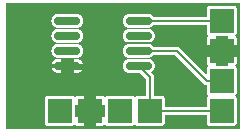
<source format=gtl>
G04 ---------------------------- Layer name :TOP LAYER*
G04 EasyEDA v5.6.15, Sun, 02 Sep 2018 03:47:19 GMT*
G04 622b18d158854e88a3f96799d3f2dec2*
G04 Gerber Generator version 0.2*
G04 Scale: 100 percent, Rotated: No, Reflected: No *
G04 Dimensions in inches *
G04 leading zeros omitted , absolute positions ,2 integer and 4 decimal *
%FSLAX24Y24*%
%MOIN*%
G90*
G70D02*

%ADD11C,0.008000*%
%ADD12C,0.027559*%
%ADD13R,0.080000X0.080000*%

%LPD*%
G36*
G01X0Y0D02*
G01X0Y4200D01*
G01X7800Y4200D01*
G01X7800Y0D01*
G01X0Y0D01*
G37*

%LPC*%
G36*
G01X2266Y1862D02*
G01X2345Y1862D01*
G01X2347Y1862D01*
G01X2354Y1862D01*
G01X2359Y1862D01*
G01X2366Y1863D01*
G01X2371Y1863D01*
G01X2378Y1864D01*
G01X2383Y1865D01*
G01X2389Y1866D01*
G01X2394Y1867D01*
G01X2401Y1868D01*
G01X2406Y1870D01*
G01X2412Y1872D01*
G01X2417Y1873D01*
G01X2424Y1875D01*
G01X2428Y1877D01*
G01X2435Y1879D01*
G01X2440Y1881D01*
G01X2446Y1884D01*
G01X2450Y1886D01*
G01X2456Y1889D01*
G01X2461Y1892D01*
G01X2467Y1895D01*
G01X2471Y1898D01*
G01X2477Y1902D01*
G01X2481Y1905D01*
G01X2486Y1909D01*
G01X2490Y1911D01*
G01X2496Y1916D01*
G01X2500Y1919D01*
G01X2505Y1924D01*
G01X2508Y1927D01*
G01X2513Y1932D01*
G01X2517Y1935D01*
G01X2521Y1940D01*
G01X2525Y1944D01*
G01X2529Y1949D01*
G01X2532Y1953D01*
G01X2536Y1959D01*
G01X2539Y1963D01*
G01X2543Y1968D01*
G01X2546Y1973D01*
G01X2549Y1978D01*
G01X2552Y1983D01*
G01X2555Y1989D01*
G01X2557Y1993D01*
G01X2560Y1999D01*
G01X2563Y2004D01*
G01X2565Y2010D01*
G01X2567Y2015D01*
G01X2569Y2021D01*
G01X2571Y2026D01*
G01X2572Y2031D01*
G01X2266Y2031D01*
G01X2266Y1862D01*
G37*
G36*
G01X1754Y3362D02*
G01X2345Y3362D01*
G01X2347Y3362D01*
G01X2354Y3362D01*
G01X2359Y3362D01*
G01X2366Y3363D01*
G01X2371Y3363D01*
G01X2378Y3364D01*
G01X2383Y3365D01*
G01X2389Y3366D01*
G01X2394Y3367D01*
G01X2401Y3368D01*
G01X2406Y3370D01*
G01X2412Y3372D01*
G01X2417Y3373D01*
G01X2424Y3375D01*
G01X2428Y3377D01*
G01X2435Y3379D01*
G01X2440Y3381D01*
G01X2446Y3384D01*
G01X2450Y3386D01*
G01X2456Y3389D01*
G01X2461Y3392D01*
G01X2467Y3395D01*
G01X2471Y3398D01*
G01X2477Y3402D01*
G01X2481Y3405D01*
G01X2486Y3409D01*
G01X2490Y3411D01*
G01X2496Y3416D01*
G01X2500Y3419D01*
G01X2505Y3424D01*
G01X2508Y3427D01*
G01X2513Y3432D01*
G01X2517Y3435D01*
G01X2521Y3440D01*
G01X2525Y3444D01*
G01X2529Y3449D01*
G01X2532Y3453D01*
G01X2536Y3459D01*
G01X2539Y3463D01*
G01X2543Y3468D01*
G01X2546Y3473D01*
G01X2549Y3478D01*
G01X2552Y3483D01*
G01X2555Y3489D01*
G01X2557Y3493D01*
G01X2560Y3499D01*
G01X2563Y3504D01*
G01X2565Y3510D01*
G01X2567Y3515D01*
G01X2569Y3521D01*
G01X2571Y3526D01*
G01X2573Y3533D01*
G01X2574Y3537D01*
G01X2576Y3544D01*
G01X2577Y3549D01*
G01X2579Y3556D01*
G01X2579Y3561D01*
G01X2580Y3568D01*
G01X2581Y3572D01*
G01X2582Y3579D01*
G01X2582Y3584D01*
G01X2582Y3591D01*
G01X2583Y3596D01*
G01X2583Y3603D01*
G01X2582Y3608D01*
G01X2582Y3615D01*
G01X2582Y3620D01*
G01X2581Y3627D01*
G01X2580Y3631D01*
G01X2579Y3638D01*
G01X2579Y3643D01*
G01X2577Y3650D01*
G01X2576Y3655D01*
G01X2574Y3662D01*
G01X2573Y3666D01*
G01X2571Y3673D01*
G01X2569Y3678D01*
G01X2567Y3684D01*
G01X2565Y3689D01*
G01X2563Y3695D01*
G01X2560Y3700D01*
G01X2557Y3706D01*
G01X2555Y3710D01*
G01X2552Y3716D01*
G01X2549Y3721D01*
G01X2546Y3726D01*
G01X2543Y3731D01*
G01X2539Y3736D01*
G01X2536Y3740D01*
G01X2532Y3746D01*
G01X2529Y3750D01*
G01X2525Y3755D01*
G01X2521Y3759D01*
G01X2517Y3764D01*
G01X2513Y3767D01*
G01X2508Y3772D01*
G01X2505Y3775D01*
G01X2500Y3780D01*
G01X2496Y3783D01*
G01X2490Y3788D01*
G01X2486Y3790D01*
G01X2481Y3794D01*
G01X2477Y3797D01*
G01X2471Y3801D01*
G01X2467Y3804D01*
G01X2461Y3807D01*
G01X2456Y3810D01*
G01X2450Y3813D01*
G01X2446Y3815D01*
G01X2440Y3818D01*
G01X2435Y3820D01*
G01X2428Y3822D01*
G01X2424Y3824D01*
G01X2417Y3826D01*
G01X2412Y3827D01*
G01X2406Y3829D01*
G01X2401Y3831D01*
G01X2394Y3832D01*
G01X2389Y3833D01*
G01X2383Y3834D01*
G01X2378Y3835D01*
G01X2371Y3836D01*
G01X2366Y3836D01*
G01X2359Y3837D01*
G01X2354Y3837D01*
G01X2347Y3837D01*
G01X2345Y3837D01*
G01X1754Y3837D01*
G01X1752Y3837D01*
G01X1745Y3837D01*
G01X1740Y3837D01*
G01X1733Y3836D01*
G01X1728Y3836D01*
G01X1721Y3835D01*
G01X1716Y3834D01*
G01X1710Y3833D01*
G01X1705Y3832D01*
G01X1698Y3831D01*
G01X1693Y3829D01*
G01X1687Y3827D01*
G01X1682Y3826D01*
G01X1675Y3824D01*
G01X1671Y3822D01*
G01X1664Y3820D01*
G01X1659Y3818D01*
G01X1653Y3815D01*
G01X1649Y3813D01*
G01X1643Y3810D01*
G01X1638Y3807D01*
G01X1632Y3804D01*
G01X1628Y3801D01*
G01X1622Y3797D01*
G01X1618Y3794D01*
G01X1613Y3790D01*
G01X1609Y3788D01*
G01X1603Y3783D01*
G01X1599Y3780D01*
G01X1594Y3775D01*
G01X1591Y3772D01*
G01X1586Y3767D01*
G01X1582Y3764D01*
G01X1578Y3759D01*
G01X1574Y3755D01*
G01X1570Y3750D01*
G01X1567Y3746D01*
G01X1563Y3740D01*
G01X1560Y3736D01*
G01X1556Y3731D01*
G01X1553Y3726D01*
G01X1550Y3721D01*
G01X1547Y3716D01*
G01X1544Y3710D01*
G01X1542Y3706D01*
G01X1539Y3700D01*
G01X1536Y3695D01*
G01X1534Y3689D01*
G01X1532Y3684D01*
G01X1530Y3678D01*
G01X1528Y3673D01*
G01X1526Y3666D01*
G01X1525Y3662D01*
G01X1523Y3655D01*
G01X1522Y3650D01*
G01X1520Y3643D01*
G01X1520Y3638D01*
G01X1519Y3631D01*
G01X1518Y3627D01*
G01X1517Y3620D01*
G01X1517Y3615D01*
G01X1517Y3608D01*
G01X1516Y3603D01*
G01X1516Y3596D01*
G01X1517Y3591D01*
G01X1517Y3584D01*
G01X1517Y3579D01*
G01X1518Y3572D01*
G01X1519Y3568D01*
G01X1520Y3561D01*
G01X1520Y3556D01*
G01X1522Y3549D01*
G01X1523Y3544D01*
G01X1525Y3537D01*
G01X1526Y3533D01*
G01X1528Y3526D01*
G01X1530Y3521D01*
G01X1532Y3515D01*
G01X1534Y3510D01*
G01X1536Y3504D01*
G01X1539Y3499D01*
G01X1542Y3493D01*
G01X1544Y3489D01*
G01X1547Y3483D01*
G01X1550Y3478D01*
G01X1553Y3473D01*
G01X1556Y3468D01*
G01X1560Y3463D01*
G01X1563Y3459D01*
G01X1567Y3453D01*
G01X1570Y3449D01*
G01X1574Y3444D01*
G01X1578Y3440D01*
G01X1582Y3435D01*
G01X1586Y3432D01*
G01X1591Y3427D01*
G01X1594Y3424D01*
G01X1599Y3419D01*
G01X1603Y3416D01*
G01X1609Y3411D01*
G01X1613Y3409D01*
G01X1618Y3405D01*
G01X1622Y3402D01*
G01X1628Y3398D01*
G01X1632Y3395D01*
G01X1638Y3392D01*
G01X1643Y3389D01*
G01X1649Y3386D01*
G01X1653Y3384D01*
G01X1659Y3381D01*
G01X1664Y3379D01*
G01X1671Y3377D01*
G01X1675Y3375D01*
G01X1682Y3373D01*
G01X1687Y3372D01*
G01X1693Y3370D01*
G01X1698Y3368D01*
G01X1705Y3367D01*
G01X1710Y3366D01*
G01X1716Y3365D01*
G01X1721Y3364D01*
G01X1728Y3363D01*
G01X1733Y3363D01*
G01X1740Y3362D01*
G01X1745Y3362D01*
G01X1752Y3362D01*
G01X1754Y3362D01*
G37*
G36*
G01X1754Y2862D02*
G01X2345Y2862D01*
G01X2347Y2862D01*
G01X2354Y2862D01*
G01X2359Y2862D01*
G01X2366Y2863D01*
G01X2371Y2863D01*
G01X2378Y2864D01*
G01X2383Y2865D01*
G01X2389Y2866D01*
G01X2394Y2867D01*
G01X2401Y2868D01*
G01X2406Y2870D01*
G01X2412Y2872D01*
G01X2417Y2873D01*
G01X2424Y2875D01*
G01X2428Y2877D01*
G01X2435Y2879D01*
G01X2440Y2881D01*
G01X2446Y2884D01*
G01X2450Y2886D01*
G01X2456Y2889D01*
G01X2461Y2892D01*
G01X2467Y2895D01*
G01X2471Y2898D01*
G01X2477Y2902D01*
G01X2481Y2905D01*
G01X2486Y2909D01*
G01X2490Y2911D01*
G01X2496Y2916D01*
G01X2500Y2919D01*
G01X2505Y2924D01*
G01X2508Y2927D01*
G01X2513Y2932D01*
G01X2517Y2935D01*
G01X2521Y2940D01*
G01X2525Y2944D01*
G01X2529Y2949D01*
G01X2532Y2953D01*
G01X2536Y2959D01*
G01X2539Y2963D01*
G01X2543Y2968D01*
G01X2546Y2973D01*
G01X2549Y2978D01*
G01X2552Y2983D01*
G01X2555Y2989D01*
G01X2557Y2993D01*
G01X2560Y2999D01*
G01X2563Y3004D01*
G01X2565Y3010D01*
G01X2567Y3015D01*
G01X2569Y3021D01*
G01X2571Y3026D01*
G01X2573Y3033D01*
G01X2574Y3037D01*
G01X2576Y3044D01*
G01X2577Y3049D01*
G01X2579Y3056D01*
G01X2579Y3061D01*
G01X2580Y3068D01*
G01X2581Y3072D01*
G01X2582Y3079D01*
G01X2582Y3084D01*
G01X2582Y3091D01*
G01X2583Y3096D01*
G01X2583Y3103D01*
G01X2582Y3108D01*
G01X2582Y3115D01*
G01X2582Y3120D01*
G01X2581Y3127D01*
G01X2580Y3131D01*
G01X2579Y3138D01*
G01X2579Y3143D01*
G01X2577Y3150D01*
G01X2576Y3155D01*
G01X2574Y3162D01*
G01X2573Y3166D01*
G01X2571Y3173D01*
G01X2569Y3178D01*
G01X2567Y3184D01*
G01X2565Y3189D01*
G01X2563Y3195D01*
G01X2560Y3200D01*
G01X2557Y3206D01*
G01X2555Y3210D01*
G01X2552Y3216D01*
G01X2549Y3221D01*
G01X2546Y3226D01*
G01X2543Y3231D01*
G01X2539Y3236D01*
G01X2536Y3240D01*
G01X2532Y3246D01*
G01X2529Y3250D01*
G01X2525Y3255D01*
G01X2521Y3259D01*
G01X2517Y3264D01*
G01X2513Y3267D01*
G01X2508Y3272D01*
G01X2505Y3275D01*
G01X2500Y3280D01*
G01X2496Y3283D01*
G01X2490Y3288D01*
G01X2486Y3290D01*
G01X2481Y3294D01*
G01X2477Y3297D01*
G01X2471Y3301D01*
G01X2467Y3304D01*
G01X2461Y3307D01*
G01X2456Y3310D01*
G01X2450Y3313D01*
G01X2446Y3315D01*
G01X2440Y3318D01*
G01X2435Y3320D01*
G01X2428Y3322D01*
G01X2424Y3324D01*
G01X2417Y3326D01*
G01X2412Y3327D01*
G01X2406Y3329D01*
G01X2401Y3331D01*
G01X2394Y3332D01*
G01X2389Y3333D01*
G01X2383Y3334D01*
G01X2378Y3335D01*
G01X2371Y3336D01*
G01X2366Y3336D01*
G01X2359Y3337D01*
G01X2354Y3337D01*
G01X2347Y3337D01*
G01X2345Y3337D01*
G01X1754Y3337D01*
G01X1752Y3337D01*
G01X1745Y3337D01*
G01X1740Y3337D01*
G01X1733Y3336D01*
G01X1728Y3336D01*
G01X1721Y3335D01*
G01X1716Y3334D01*
G01X1710Y3333D01*
G01X1705Y3332D01*
G01X1698Y3331D01*
G01X1693Y3329D01*
G01X1687Y3327D01*
G01X1682Y3326D01*
G01X1675Y3324D01*
G01X1671Y3322D01*
G01X1664Y3320D01*
G01X1659Y3318D01*
G01X1653Y3315D01*
G01X1649Y3313D01*
G01X1643Y3310D01*
G01X1638Y3307D01*
G01X1632Y3304D01*
G01X1628Y3301D01*
G01X1622Y3297D01*
G01X1618Y3294D01*
G01X1613Y3290D01*
G01X1609Y3288D01*
G01X1603Y3283D01*
G01X1599Y3280D01*
G01X1594Y3275D01*
G01X1591Y3272D01*
G01X1586Y3267D01*
G01X1582Y3264D01*
G01X1578Y3259D01*
G01X1574Y3255D01*
G01X1570Y3250D01*
G01X1567Y3246D01*
G01X1563Y3240D01*
G01X1560Y3236D01*
G01X1556Y3231D01*
G01X1553Y3226D01*
G01X1550Y3221D01*
G01X1547Y3216D01*
G01X1544Y3210D01*
G01X1542Y3206D01*
G01X1539Y3200D01*
G01X1536Y3195D01*
G01X1534Y3189D01*
G01X1532Y3184D01*
G01X1530Y3178D01*
G01X1528Y3173D01*
G01X1526Y3166D01*
G01X1525Y3162D01*
G01X1523Y3155D01*
G01X1522Y3150D01*
G01X1520Y3143D01*
G01X1520Y3138D01*
G01X1519Y3131D01*
G01X1518Y3127D01*
G01X1517Y3120D01*
G01X1517Y3115D01*
G01X1517Y3108D01*
G01X1516Y3103D01*
G01X1516Y3096D01*
G01X1517Y3091D01*
G01X1517Y3084D01*
G01X1517Y3079D01*
G01X1518Y3072D01*
G01X1519Y3068D01*
G01X1520Y3061D01*
G01X1520Y3056D01*
G01X1522Y3049D01*
G01X1523Y3044D01*
G01X1525Y3037D01*
G01X1526Y3033D01*
G01X1528Y3026D01*
G01X1530Y3021D01*
G01X1532Y3015D01*
G01X1534Y3010D01*
G01X1536Y3004D01*
G01X1539Y2999D01*
G01X1542Y2993D01*
G01X1544Y2989D01*
G01X1547Y2983D01*
G01X1550Y2978D01*
G01X1553Y2973D01*
G01X1556Y2968D01*
G01X1560Y2963D01*
G01X1563Y2959D01*
G01X1567Y2953D01*
G01X1570Y2949D01*
G01X1574Y2944D01*
G01X1578Y2940D01*
G01X1582Y2935D01*
G01X1586Y2932D01*
G01X1591Y2927D01*
G01X1594Y2924D01*
G01X1599Y2919D01*
G01X1603Y2916D01*
G01X1609Y2911D01*
G01X1613Y2909D01*
G01X1618Y2905D01*
G01X1622Y2902D01*
G01X1628Y2898D01*
G01X1632Y2895D01*
G01X1638Y2892D01*
G01X1643Y2889D01*
G01X1649Y2886D01*
G01X1653Y2884D01*
G01X1659Y2881D01*
G01X1664Y2879D01*
G01X1671Y2877D01*
G01X1675Y2875D01*
G01X1682Y2873D01*
G01X1687Y2872D01*
G01X1693Y2870D01*
G01X1698Y2868D01*
G01X1705Y2867D01*
G01X1710Y2866D01*
G01X1716Y2865D01*
G01X1721Y2864D01*
G01X1728Y2863D01*
G01X1733Y2863D01*
G01X1740Y2862D01*
G01X1745Y2862D01*
G01X1752Y2862D01*
G01X1754Y2862D01*
G37*
G36*
G01X4134Y2862D02*
G01X4725Y2862D01*
G01X4727Y2862D01*
G01X4734Y2862D01*
G01X4739Y2862D01*
G01X4746Y2863D01*
G01X4751Y2863D01*
G01X4758Y2864D01*
G01X4763Y2865D01*
G01X4769Y2866D01*
G01X4774Y2867D01*
G01X4781Y2868D01*
G01X4786Y2870D01*
G01X4792Y2872D01*
G01X4797Y2873D01*
G01X4804Y2875D01*
G01X4808Y2877D01*
G01X4815Y2879D01*
G01X4819Y2881D01*
G01X4826Y2884D01*
G01X4830Y2886D01*
G01X4836Y2889D01*
G01X4841Y2892D01*
G01X4847Y2895D01*
G01X4851Y2898D01*
G01X4857Y2902D01*
G01X4861Y2905D01*
G01X4867Y2909D01*
G01X4870Y2911D01*
G01X4876Y2916D01*
G01X4880Y2919D01*
G01X4885Y2924D01*
G01X4888Y2927D01*
G01X4893Y2932D01*
G01X4897Y2935D01*
G01X4901Y2940D01*
G01X4905Y2944D01*
G01X4909Y2949D01*
G01X4912Y2953D01*
G01X4916Y2959D01*
G01X4919Y2963D01*
G01X4923Y2968D01*
G01X4926Y2973D01*
G01X4929Y2978D01*
G01X4932Y2983D01*
G01X4935Y2989D01*
G01X4937Y2993D01*
G01X4940Y2999D01*
G01X4943Y3004D01*
G01X4945Y3010D01*
G01X4947Y3015D01*
G01X4949Y3021D01*
G01X4951Y3026D01*
G01X4953Y3033D01*
G01X4954Y3037D01*
G01X4956Y3044D01*
G01X4957Y3049D01*
G01X4959Y3056D01*
G01X4959Y3061D01*
G01X4960Y3068D01*
G01X4961Y3072D01*
G01X4962Y3079D01*
G01X4962Y3084D01*
G01X4962Y3091D01*
G01X4963Y3096D01*
G01X4963Y3103D01*
G01X4962Y3108D01*
G01X4962Y3115D01*
G01X4962Y3120D01*
G01X4961Y3127D01*
G01X4960Y3131D01*
G01X4959Y3138D01*
G01X4959Y3143D01*
G01X4957Y3150D01*
G01X4956Y3155D01*
G01X4954Y3162D01*
G01X4953Y3166D01*
G01X4951Y3173D01*
G01X4949Y3178D01*
G01X4947Y3184D01*
G01X4945Y3189D01*
G01X4943Y3195D01*
G01X4940Y3200D01*
G01X4937Y3206D01*
G01X4935Y3210D01*
G01X4932Y3216D01*
G01X4929Y3221D01*
G01X4926Y3226D01*
G01X4923Y3231D01*
G01X4919Y3236D01*
G01X4916Y3240D01*
G01X4912Y3246D01*
G01X4909Y3250D01*
G01X4905Y3255D01*
G01X4901Y3259D01*
G01X4897Y3264D01*
G01X4893Y3267D01*
G01X4888Y3272D01*
G01X4885Y3275D01*
G01X4880Y3280D01*
G01X4876Y3283D01*
G01X4870Y3288D01*
G01X4867Y3290D01*
G01X4861Y3294D01*
G01X4857Y3297D01*
G01X4851Y3301D01*
G01X4847Y3304D01*
G01X4841Y3307D01*
G01X4836Y3310D01*
G01X4830Y3313D01*
G01X4826Y3315D01*
G01X4819Y3318D01*
G01X4815Y3320D01*
G01X4808Y3322D01*
G01X4804Y3324D01*
G01X4797Y3326D01*
G01X4792Y3327D01*
G01X4786Y3329D01*
G01X4781Y3331D01*
G01X4774Y3332D01*
G01X4769Y3333D01*
G01X4763Y3334D01*
G01X4758Y3335D01*
G01X4751Y3336D01*
G01X4746Y3336D01*
G01X4739Y3337D01*
G01X4734Y3337D01*
G01X4727Y3337D01*
G01X4725Y3337D01*
G01X4134Y3337D01*
G01X4132Y3337D01*
G01X4125Y3337D01*
G01X4120Y3337D01*
G01X4113Y3336D01*
G01X4108Y3336D01*
G01X4101Y3335D01*
G01X4096Y3334D01*
G01X4090Y3333D01*
G01X4085Y3332D01*
G01X4078Y3331D01*
G01X4073Y3329D01*
G01X4067Y3327D01*
G01X4062Y3326D01*
G01X4055Y3324D01*
G01X4051Y3322D01*
G01X4044Y3320D01*
G01X4040Y3318D01*
G01X4033Y3315D01*
G01X4029Y3313D01*
G01X4023Y3310D01*
G01X4018Y3307D01*
G01X4012Y3304D01*
G01X4008Y3301D01*
G01X4002Y3297D01*
G01X3998Y3294D01*
G01X3992Y3290D01*
G01X3989Y3288D01*
G01X3983Y3283D01*
G01X3979Y3280D01*
G01X3974Y3275D01*
G01X3971Y3272D01*
G01X3966Y3267D01*
G01X3962Y3264D01*
G01X3958Y3259D01*
G01X3954Y3255D01*
G01X3950Y3250D01*
G01X3947Y3246D01*
G01X3943Y3240D01*
G01X3940Y3236D01*
G01X3936Y3231D01*
G01X3933Y3226D01*
G01X3930Y3221D01*
G01X3927Y3216D01*
G01X3924Y3210D01*
G01X3922Y3206D01*
G01X3919Y3200D01*
G01X3916Y3195D01*
G01X3914Y3189D01*
G01X3912Y3184D01*
G01X3910Y3178D01*
G01X3908Y3173D01*
G01X3906Y3166D01*
G01X3905Y3162D01*
G01X3903Y3155D01*
G01X3902Y3150D01*
G01X3900Y3143D01*
G01X3900Y3138D01*
G01X3899Y3131D01*
G01X3898Y3127D01*
G01X3897Y3120D01*
G01X3897Y3115D01*
G01X3897Y3108D01*
G01X3896Y3103D01*
G01X3896Y3096D01*
G01X3897Y3091D01*
G01X3897Y3084D01*
G01X3897Y3079D01*
G01X3898Y3072D01*
G01X3899Y3068D01*
G01X3900Y3061D01*
G01X3900Y3056D01*
G01X3902Y3049D01*
G01X3903Y3044D01*
G01X3905Y3037D01*
G01X3906Y3033D01*
G01X3908Y3026D01*
G01X3910Y3021D01*
G01X3912Y3015D01*
G01X3914Y3010D01*
G01X3916Y3004D01*
G01X3919Y2999D01*
G01X3922Y2993D01*
G01X3924Y2989D01*
G01X3927Y2983D01*
G01X3930Y2978D01*
G01X3933Y2973D01*
G01X3936Y2968D01*
G01X3940Y2963D01*
G01X3943Y2959D01*
G01X3947Y2953D01*
G01X3950Y2949D01*
G01X3954Y2944D01*
G01X3958Y2940D01*
G01X3962Y2935D01*
G01X3966Y2932D01*
G01X3971Y2927D01*
G01X3974Y2924D01*
G01X3979Y2919D01*
G01X3983Y2916D01*
G01X3989Y2911D01*
G01X3992Y2909D01*
G01X3998Y2905D01*
G01X4002Y2902D01*
G01X4008Y2898D01*
G01X4012Y2895D01*
G01X4018Y2892D01*
G01X4023Y2889D01*
G01X4029Y2886D01*
G01X4033Y2884D01*
G01X4040Y2881D01*
G01X4044Y2879D01*
G01X4051Y2877D01*
G01X4055Y2875D01*
G01X4062Y2873D01*
G01X4067Y2872D01*
G01X4073Y2870D01*
G01X4078Y2868D01*
G01X4085Y2867D01*
G01X4090Y2866D01*
G01X4096Y2865D01*
G01X4101Y2864D01*
G01X4108Y2863D01*
G01X4113Y2863D01*
G01X4120Y2862D01*
G01X4125Y2862D01*
G01X4132Y2862D01*
G01X4134Y2862D01*
G37*
G36*
G01X7400Y2800D02*
G01X7700Y2800D01*
G01X7700Y3000D01*
G01X7699Y3004D01*
G01X7699Y3008D01*
G01X7699Y3012D01*
G01X7698Y3016D01*
G01X7697Y3020D01*
G01X7696Y3024D01*
G01X7695Y3028D01*
G01X7694Y3032D01*
G01X7693Y3036D01*
G01X7691Y3040D01*
G01X7689Y3043D01*
G01X7687Y3047D01*
G01X7685Y3051D01*
G01X7683Y3054D01*
G01X7681Y3058D01*
G01X7678Y3061D01*
G01X7676Y3064D01*
G01X7673Y3067D01*
G01X7670Y3070D01*
G01X7667Y3073D01*
G01X7664Y3076D01*
G01X7661Y3078D01*
G01X7658Y3081D01*
G01X7654Y3083D01*
G01X7651Y3085D01*
G01X7647Y3087D01*
G01X7643Y3089D01*
G01X7640Y3091D01*
G01X7636Y3093D01*
G01X7632Y3094D01*
G01X7628Y3095D01*
G01X7624Y3096D01*
G01X7620Y3097D01*
G01X7616Y3098D01*
G01X7612Y3099D01*
G01X7608Y3099D01*
G01X7604Y3099D01*
G01X7600Y3100D01*
G01X7604Y3100D01*
G01X7608Y3100D01*
G01X7612Y3100D01*
G01X7616Y3101D01*
G01X7620Y3102D01*
G01X7624Y3103D01*
G01X7628Y3104D01*
G01X7632Y3105D01*
G01X7636Y3106D01*
G01X7640Y3108D01*
G01X7643Y3110D01*
G01X7647Y3112D01*
G01X7651Y3114D01*
G01X7654Y3116D01*
G01X7658Y3118D01*
G01X7661Y3121D01*
G01X7664Y3123D01*
G01X7667Y3126D01*
G01X7670Y3129D01*
G01X7673Y3132D01*
G01X7676Y3135D01*
G01X7678Y3138D01*
G01X7681Y3141D01*
G01X7683Y3145D01*
G01X7685Y3148D01*
G01X7687Y3152D01*
G01X7689Y3156D01*
G01X7691Y3159D01*
G01X7693Y3163D01*
G01X7694Y3167D01*
G01X7695Y3171D01*
G01X7696Y3175D01*
G01X7697Y3179D01*
G01X7698Y3183D01*
G01X7699Y3187D01*
G01X7699Y3191D01*
G01X7699Y3195D01*
G01X7700Y3200D01*
G01X7700Y4000D01*
G01X7699Y4004D01*
G01X7699Y4008D01*
G01X7699Y4012D01*
G01X7698Y4016D01*
G01X7697Y4020D01*
G01X7696Y4024D01*
G01X7695Y4028D01*
G01X7694Y4032D01*
G01X7693Y4036D01*
G01X7691Y4040D01*
G01X7689Y4043D01*
G01X7687Y4047D01*
G01X7685Y4051D01*
G01X7683Y4054D01*
G01X7681Y4058D01*
G01X7678Y4061D01*
G01X7676Y4064D01*
G01X7673Y4067D01*
G01X7670Y4070D01*
G01X7667Y4073D01*
G01X7664Y4076D01*
G01X7661Y4078D01*
G01X7658Y4081D01*
G01X7654Y4083D01*
G01X7651Y4085D01*
G01X7647Y4087D01*
G01X7643Y4089D01*
G01X7640Y4091D01*
G01X7636Y4093D01*
G01X7632Y4094D01*
G01X7628Y4095D01*
G01X7624Y4096D01*
G01X7620Y4097D01*
G01X7616Y4098D01*
G01X7612Y4099D01*
G01X7608Y4099D01*
G01X7604Y4099D01*
G01X7600Y4100D01*
G01X6800Y4100D01*
G01X6795Y4099D01*
G01X6791Y4099D01*
G01X6787Y4099D01*
G01X6783Y4098D01*
G01X6779Y4097D01*
G01X6775Y4096D01*
G01X6771Y4095D01*
G01X6767Y4094D01*
G01X6763Y4093D01*
G01X6759Y4091D01*
G01X6756Y4089D01*
G01X6752Y4087D01*
G01X6748Y4085D01*
G01X6745Y4083D01*
G01X6741Y4081D01*
G01X6738Y4078D01*
G01X6735Y4076D01*
G01X6732Y4073D01*
G01X6729Y4070D01*
G01X6726Y4067D01*
G01X6723Y4064D01*
G01X6721Y4061D01*
G01X6718Y4058D01*
G01X6716Y4054D01*
G01X6714Y4051D01*
G01X6712Y4047D01*
G01X6710Y4043D01*
G01X6708Y4040D01*
G01X6706Y4036D01*
G01X6705Y4032D01*
G01X6704Y4028D01*
G01X6703Y4024D01*
G01X6702Y4020D01*
G01X6701Y4016D01*
G01X6700Y4012D01*
G01X6700Y4008D01*
G01X6700Y4004D01*
G01X6700Y4000D01*
G01X6700Y3740D01*
G01X4917Y3740D01*
G01X4916Y3740D01*
G01X4912Y3746D01*
G01X4909Y3750D01*
G01X4905Y3755D01*
G01X4901Y3759D01*
G01X4897Y3764D01*
G01X4893Y3767D01*
G01X4888Y3772D01*
G01X4885Y3775D01*
G01X4880Y3780D01*
G01X4876Y3783D01*
G01X4870Y3788D01*
G01X4867Y3790D01*
G01X4861Y3794D01*
G01X4857Y3797D01*
G01X4851Y3801D01*
G01X4847Y3804D01*
G01X4841Y3807D01*
G01X4836Y3810D01*
G01X4830Y3813D01*
G01X4826Y3815D01*
G01X4819Y3818D01*
G01X4815Y3820D01*
G01X4808Y3822D01*
G01X4804Y3824D01*
G01X4797Y3826D01*
G01X4792Y3827D01*
G01X4786Y3829D01*
G01X4781Y3831D01*
G01X4774Y3832D01*
G01X4769Y3833D01*
G01X4763Y3834D01*
G01X4758Y3835D01*
G01X4751Y3836D01*
G01X4746Y3836D01*
G01X4739Y3837D01*
G01X4734Y3837D01*
G01X4727Y3837D01*
G01X4725Y3837D01*
G01X4134Y3837D01*
G01X4132Y3837D01*
G01X4125Y3837D01*
G01X4120Y3837D01*
G01X4113Y3836D01*
G01X4108Y3836D01*
G01X4101Y3835D01*
G01X4096Y3834D01*
G01X4090Y3833D01*
G01X4085Y3832D01*
G01X4078Y3831D01*
G01X4073Y3829D01*
G01X4067Y3827D01*
G01X4062Y3826D01*
G01X4055Y3824D01*
G01X4051Y3822D01*
G01X4044Y3820D01*
G01X4040Y3818D01*
G01X4033Y3815D01*
G01X4029Y3813D01*
G01X4023Y3810D01*
G01X4018Y3807D01*
G01X4012Y3804D01*
G01X4008Y3801D01*
G01X4002Y3797D01*
G01X3998Y3794D01*
G01X3992Y3790D01*
G01X3989Y3788D01*
G01X3983Y3783D01*
G01X3979Y3780D01*
G01X3974Y3775D01*
G01X3971Y3772D01*
G01X3966Y3767D01*
G01X3962Y3764D01*
G01X3958Y3759D01*
G01X3954Y3755D01*
G01X3950Y3750D01*
G01X3947Y3746D01*
G01X3943Y3740D01*
G01X3940Y3736D01*
G01X3936Y3731D01*
G01X3933Y3726D01*
G01X3930Y3721D01*
G01X3927Y3716D01*
G01X3924Y3710D01*
G01X3922Y3706D01*
G01X3919Y3700D01*
G01X3916Y3695D01*
G01X3914Y3689D01*
G01X3912Y3684D01*
G01X3910Y3678D01*
G01X3908Y3673D01*
G01X3906Y3666D01*
G01X3905Y3662D01*
G01X3903Y3655D01*
G01X3902Y3650D01*
G01X3900Y3643D01*
G01X3900Y3638D01*
G01X3899Y3631D01*
G01X3898Y3627D01*
G01X3897Y3620D01*
G01X3897Y3615D01*
G01X3897Y3608D01*
G01X3896Y3603D01*
G01X3896Y3596D01*
G01X3897Y3591D01*
G01X3897Y3584D01*
G01X3897Y3579D01*
G01X3898Y3572D01*
G01X3899Y3568D01*
G01X3900Y3561D01*
G01X3900Y3556D01*
G01X3902Y3549D01*
G01X3903Y3544D01*
G01X3905Y3537D01*
G01X3906Y3533D01*
G01X3908Y3526D01*
G01X3910Y3521D01*
G01X3912Y3515D01*
G01X3914Y3510D01*
G01X3916Y3504D01*
G01X3919Y3499D01*
G01X3922Y3493D01*
G01X3924Y3489D01*
G01X3927Y3483D01*
G01X3930Y3478D01*
G01X3933Y3473D01*
G01X3936Y3468D01*
G01X3940Y3463D01*
G01X3943Y3459D01*
G01X3947Y3453D01*
G01X3950Y3449D01*
G01X3954Y3444D01*
G01X3958Y3440D01*
G01X3962Y3435D01*
G01X3966Y3432D01*
G01X3971Y3427D01*
G01X3974Y3424D01*
G01X3979Y3419D01*
G01X3983Y3416D01*
G01X3989Y3411D01*
G01X3992Y3409D01*
G01X3998Y3405D01*
G01X4002Y3402D01*
G01X4008Y3398D01*
G01X4012Y3395D01*
G01X4018Y3392D01*
G01X4023Y3389D01*
G01X4029Y3386D01*
G01X4033Y3384D01*
G01X4040Y3381D01*
G01X4044Y3379D01*
G01X4051Y3377D01*
G01X4055Y3375D01*
G01X4062Y3373D01*
G01X4067Y3372D01*
G01X4073Y3370D01*
G01X4078Y3368D01*
G01X4085Y3367D01*
G01X4090Y3366D01*
G01X4096Y3365D01*
G01X4101Y3364D01*
G01X4108Y3363D01*
G01X4113Y3363D01*
G01X4120Y3362D01*
G01X4125Y3362D01*
G01X4132Y3362D01*
G01X4134Y3362D01*
G01X4725Y3362D01*
G01X4727Y3362D01*
G01X4734Y3362D01*
G01X4739Y3362D01*
G01X4746Y3363D01*
G01X4751Y3363D01*
G01X4758Y3364D01*
G01X4763Y3365D01*
G01X4769Y3366D01*
G01X4774Y3367D01*
G01X4781Y3368D01*
G01X4786Y3370D01*
G01X4792Y3372D01*
G01X4797Y3373D01*
G01X4804Y3375D01*
G01X4808Y3377D01*
G01X4815Y3379D01*
G01X4819Y3381D01*
G01X4826Y3384D01*
G01X4830Y3386D01*
G01X4836Y3389D01*
G01X4841Y3392D01*
G01X4847Y3395D01*
G01X4851Y3398D01*
G01X4857Y3402D01*
G01X4861Y3405D01*
G01X4867Y3409D01*
G01X4870Y3411D01*
G01X4876Y3416D01*
G01X4880Y3419D01*
G01X4885Y3424D01*
G01X4888Y3427D01*
G01X4893Y3432D01*
G01X4897Y3435D01*
G01X4901Y3440D01*
G01X4905Y3444D01*
G01X4909Y3449D01*
G01X4912Y3453D01*
G01X4916Y3459D01*
G01X4917Y3459D01*
G01X6700Y3459D01*
G01X6700Y3200D01*
G01X6700Y3195D01*
G01X6700Y3191D01*
G01X6700Y3187D01*
G01X6701Y3183D01*
G01X6702Y3179D01*
G01X6703Y3175D01*
G01X6704Y3171D01*
G01X6705Y3167D01*
G01X6706Y3163D01*
G01X6708Y3159D01*
G01X6710Y3156D01*
G01X6712Y3152D01*
G01X6714Y3148D01*
G01X6716Y3145D01*
G01X6718Y3141D01*
G01X6721Y3138D01*
G01X6723Y3135D01*
G01X6726Y3132D01*
G01X6729Y3129D01*
G01X6732Y3126D01*
G01X6735Y3123D01*
G01X6738Y3121D01*
G01X6741Y3118D01*
G01X6745Y3116D01*
G01X6748Y3114D01*
G01X6752Y3112D01*
G01X6756Y3110D01*
G01X6759Y3108D01*
G01X6763Y3106D01*
G01X6767Y3105D01*
G01X6771Y3104D01*
G01X6775Y3103D01*
G01X6779Y3102D01*
G01X6783Y3101D01*
G01X6787Y3100D01*
G01X6791Y3100D01*
G01X6795Y3100D01*
G01X6800Y3100D01*
G01X6795Y3099D01*
G01X6791Y3099D01*
G01X6787Y3099D01*
G01X6783Y3098D01*
G01X6779Y3097D01*
G01X6775Y3096D01*
G01X6771Y3095D01*
G01X6767Y3094D01*
G01X6763Y3093D01*
G01X6759Y3091D01*
G01X6756Y3089D01*
G01X6752Y3087D01*
G01X6748Y3085D01*
G01X6745Y3083D01*
G01X6741Y3081D01*
G01X6738Y3078D01*
G01X6735Y3076D01*
G01X6732Y3073D01*
G01X6729Y3070D01*
G01X6726Y3067D01*
G01X6723Y3064D01*
G01X6721Y3061D01*
G01X6718Y3058D01*
G01X6716Y3054D01*
G01X6714Y3051D01*
G01X6712Y3047D01*
G01X6710Y3043D01*
G01X6708Y3040D01*
G01X6706Y3036D01*
G01X6705Y3032D01*
G01X6704Y3028D01*
G01X6703Y3024D01*
G01X6702Y3020D01*
G01X6701Y3016D01*
G01X6700Y3012D01*
G01X6700Y3008D01*
G01X6700Y3004D01*
G01X6700Y3000D01*
G01X6700Y2800D01*
G01X7000Y2800D01*
G01X7000Y3100D01*
G01X7400Y3100D01*
G01X7400Y2800D01*
G37*
G36*
G01X1754Y2362D02*
G01X2345Y2362D01*
G01X2347Y2362D01*
G01X2354Y2362D01*
G01X2359Y2362D01*
G01X2366Y2363D01*
G01X2371Y2363D01*
G01X2378Y2364D01*
G01X2383Y2365D01*
G01X2389Y2366D01*
G01X2394Y2367D01*
G01X2401Y2368D01*
G01X2406Y2370D01*
G01X2412Y2372D01*
G01X2417Y2373D01*
G01X2424Y2375D01*
G01X2428Y2377D01*
G01X2435Y2379D01*
G01X2440Y2381D01*
G01X2446Y2384D01*
G01X2450Y2386D01*
G01X2456Y2389D01*
G01X2461Y2392D01*
G01X2467Y2395D01*
G01X2471Y2398D01*
G01X2477Y2402D01*
G01X2481Y2405D01*
G01X2486Y2409D01*
G01X2490Y2411D01*
G01X2496Y2416D01*
G01X2500Y2419D01*
G01X2505Y2424D01*
G01X2508Y2427D01*
G01X2513Y2432D01*
G01X2517Y2435D01*
G01X2521Y2440D01*
G01X2525Y2444D01*
G01X2529Y2449D01*
G01X2532Y2453D01*
G01X2536Y2459D01*
G01X2539Y2463D01*
G01X2543Y2468D01*
G01X2546Y2473D01*
G01X2549Y2478D01*
G01X2552Y2483D01*
G01X2555Y2489D01*
G01X2557Y2493D01*
G01X2560Y2499D01*
G01X2563Y2504D01*
G01X2565Y2510D01*
G01X2567Y2515D01*
G01X2569Y2521D01*
G01X2571Y2526D01*
G01X2573Y2533D01*
G01X2574Y2537D01*
G01X2576Y2544D01*
G01X2577Y2549D01*
G01X2579Y2556D01*
G01X2579Y2561D01*
G01X2580Y2568D01*
G01X2581Y2572D01*
G01X2582Y2579D01*
G01X2582Y2584D01*
G01X2582Y2591D01*
G01X2583Y2596D01*
G01X2583Y2603D01*
G01X2582Y2608D01*
G01X2582Y2615D01*
G01X2582Y2620D01*
G01X2581Y2627D01*
G01X2580Y2631D01*
G01X2579Y2638D01*
G01X2579Y2643D01*
G01X2577Y2650D01*
G01X2576Y2655D01*
G01X2574Y2662D01*
G01X2573Y2666D01*
G01X2571Y2673D01*
G01X2569Y2678D01*
G01X2567Y2684D01*
G01X2565Y2689D01*
G01X2563Y2695D01*
G01X2560Y2700D01*
G01X2557Y2706D01*
G01X2555Y2710D01*
G01X2552Y2716D01*
G01X2549Y2721D01*
G01X2546Y2726D01*
G01X2543Y2731D01*
G01X2539Y2736D01*
G01X2536Y2740D01*
G01X2532Y2746D01*
G01X2529Y2750D01*
G01X2525Y2755D01*
G01X2521Y2759D01*
G01X2517Y2764D01*
G01X2513Y2767D01*
G01X2508Y2772D01*
G01X2505Y2775D01*
G01X2500Y2780D01*
G01X2496Y2783D01*
G01X2490Y2788D01*
G01X2486Y2790D01*
G01X2481Y2794D01*
G01X2477Y2797D01*
G01X2471Y2801D01*
G01X2467Y2804D01*
G01X2461Y2807D01*
G01X2456Y2810D01*
G01X2450Y2813D01*
G01X2446Y2815D01*
G01X2440Y2818D01*
G01X2435Y2820D01*
G01X2428Y2822D01*
G01X2424Y2824D01*
G01X2417Y2826D01*
G01X2412Y2827D01*
G01X2406Y2829D01*
G01X2401Y2831D01*
G01X2394Y2832D01*
G01X2389Y2833D01*
G01X2383Y2834D01*
G01X2378Y2835D01*
G01X2371Y2836D01*
G01X2366Y2836D01*
G01X2359Y2837D01*
G01X2354Y2837D01*
G01X2347Y2837D01*
G01X2345Y2837D01*
G01X1754Y2837D01*
G01X1752Y2837D01*
G01X1745Y2837D01*
G01X1740Y2837D01*
G01X1733Y2836D01*
G01X1728Y2836D01*
G01X1721Y2835D01*
G01X1716Y2834D01*
G01X1710Y2833D01*
G01X1705Y2832D01*
G01X1698Y2831D01*
G01X1693Y2829D01*
G01X1687Y2827D01*
G01X1682Y2826D01*
G01X1675Y2824D01*
G01X1671Y2822D01*
G01X1664Y2820D01*
G01X1659Y2818D01*
G01X1653Y2815D01*
G01X1649Y2813D01*
G01X1643Y2810D01*
G01X1638Y2807D01*
G01X1632Y2804D01*
G01X1628Y2801D01*
G01X1622Y2797D01*
G01X1618Y2794D01*
G01X1613Y2790D01*
G01X1609Y2788D01*
G01X1603Y2783D01*
G01X1599Y2780D01*
G01X1594Y2775D01*
G01X1591Y2772D01*
G01X1586Y2767D01*
G01X1582Y2764D01*
G01X1578Y2759D01*
G01X1574Y2755D01*
G01X1570Y2750D01*
G01X1567Y2746D01*
G01X1563Y2740D01*
G01X1560Y2736D01*
G01X1556Y2731D01*
G01X1553Y2726D01*
G01X1550Y2721D01*
G01X1547Y2716D01*
G01X1544Y2710D01*
G01X1542Y2706D01*
G01X1539Y2700D01*
G01X1536Y2695D01*
G01X1534Y2689D01*
G01X1532Y2684D01*
G01X1530Y2678D01*
G01X1528Y2673D01*
G01X1526Y2666D01*
G01X1525Y2662D01*
G01X1523Y2655D01*
G01X1522Y2650D01*
G01X1520Y2643D01*
G01X1520Y2638D01*
G01X1519Y2631D01*
G01X1518Y2627D01*
G01X1517Y2620D01*
G01X1517Y2615D01*
G01X1517Y2608D01*
G01X1516Y2603D01*
G01X1516Y2596D01*
G01X1517Y2591D01*
G01X1517Y2584D01*
G01X1517Y2579D01*
G01X1518Y2572D01*
G01X1519Y2568D01*
G01X1520Y2561D01*
G01X1520Y2556D01*
G01X1522Y2549D01*
G01X1523Y2544D01*
G01X1525Y2537D01*
G01X1526Y2533D01*
G01X1528Y2526D01*
G01X1530Y2521D01*
G01X1532Y2515D01*
G01X1534Y2510D01*
G01X1536Y2504D01*
G01X1539Y2499D01*
G01X1542Y2493D01*
G01X1544Y2489D01*
G01X1547Y2483D01*
G01X1550Y2478D01*
G01X1553Y2473D01*
G01X1556Y2468D01*
G01X1560Y2463D01*
G01X1563Y2459D01*
G01X1567Y2453D01*
G01X1570Y2449D01*
G01X1574Y2444D01*
G01X1578Y2440D01*
G01X1582Y2435D01*
G01X1586Y2432D01*
G01X1591Y2427D01*
G01X1594Y2424D01*
G01X1599Y2419D01*
G01X1603Y2416D01*
G01X1609Y2411D01*
G01X1613Y2409D01*
G01X1618Y2405D01*
G01X1622Y2402D01*
G01X1628Y2398D01*
G01X1632Y2395D01*
G01X1638Y2392D01*
G01X1643Y2389D01*
G01X1649Y2386D01*
G01X1653Y2384D01*
G01X1659Y2381D01*
G01X1664Y2379D01*
G01X1671Y2377D01*
G01X1675Y2375D01*
G01X1682Y2373D01*
G01X1687Y2372D01*
G01X1693Y2370D01*
G01X1698Y2368D01*
G01X1705Y2367D01*
G01X1710Y2366D01*
G01X1716Y2365D01*
G01X1721Y2364D01*
G01X1728Y2363D01*
G01X1733Y2363D01*
G01X1740Y2362D01*
G01X1745Y2362D01*
G01X1752Y2362D01*
G01X1754Y2362D01*
G37*
G36*
G01X1527Y2168D02*
G01X1833Y2168D01*
G01X1833Y2337D01*
G01X1754Y2337D01*
G01X1752Y2337D01*
G01X1745Y2337D01*
G01X1740Y2337D01*
G01X1733Y2336D01*
G01X1728Y2336D01*
G01X1721Y2335D01*
G01X1716Y2334D01*
G01X1710Y2333D01*
G01X1705Y2332D01*
G01X1698Y2331D01*
G01X1693Y2329D01*
G01X1687Y2327D01*
G01X1682Y2326D01*
G01X1675Y2324D01*
G01X1671Y2322D01*
G01X1664Y2320D01*
G01X1659Y2318D01*
G01X1653Y2315D01*
G01X1649Y2313D01*
G01X1643Y2310D01*
G01X1638Y2307D01*
G01X1632Y2304D01*
G01X1628Y2301D01*
G01X1622Y2297D01*
G01X1618Y2294D01*
G01X1613Y2290D01*
G01X1609Y2288D01*
G01X1603Y2283D01*
G01X1599Y2280D01*
G01X1594Y2275D01*
G01X1591Y2272D01*
G01X1586Y2267D01*
G01X1582Y2264D01*
G01X1578Y2259D01*
G01X1574Y2255D01*
G01X1570Y2250D01*
G01X1567Y2246D01*
G01X1563Y2240D01*
G01X1560Y2236D01*
G01X1556Y2231D01*
G01X1553Y2226D01*
G01X1550Y2221D01*
G01X1547Y2216D01*
G01X1544Y2210D01*
G01X1542Y2206D01*
G01X1539Y2200D01*
G01X1536Y2195D01*
G01X1534Y2189D01*
G01X1532Y2184D01*
G01X1530Y2178D01*
G01X1528Y2173D01*
G01X1527Y2168D01*
G37*
G36*
G01X2266Y2168D02*
G01X2572Y2168D01*
G01X2571Y2173D01*
G01X2569Y2178D01*
G01X2567Y2184D01*
G01X2565Y2189D01*
G01X2563Y2195D01*
G01X2560Y2200D01*
G01X2557Y2206D01*
G01X2555Y2210D01*
G01X2552Y2216D01*
G01X2549Y2221D01*
G01X2546Y2226D01*
G01X2543Y2231D01*
G01X2539Y2236D01*
G01X2536Y2240D01*
G01X2532Y2246D01*
G01X2529Y2250D01*
G01X2525Y2255D01*
G01X2521Y2259D01*
G01X2517Y2264D01*
G01X2513Y2267D01*
G01X2508Y2272D01*
G01X2505Y2275D01*
G01X2500Y2280D01*
G01X2496Y2283D01*
G01X2490Y2288D01*
G01X2486Y2290D01*
G01X2481Y2294D01*
G01X2477Y2297D01*
G01X2471Y2301D01*
G01X2467Y2304D01*
G01X2461Y2307D01*
G01X2456Y2310D01*
G01X2450Y2313D01*
G01X2446Y2315D01*
G01X2440Y2318D01*
G01X2435Y2320D01*
G01X2428Y2322D01*
G01X2424Y2324D01*
G01X2417Y2326D01*
G01X2412Y2327D01*
G01X2406Y2329D01*
G01X2401Y2331D01*
G01X2394Y2332D01*
G01X2389Y2333D01*
G01X2383Y2334D01*
G01X2378Y2335D01*
G01X2371Y2336D01*
G01X2366Y2336D01*
G01X2359Y2337D01*
G01X2354Y2337D01*
G01X2347Y2337D01*
G01X2345Y2337D01*
G01X2266Y2337D01*
G01X2266Y2168D01*
G37*
G36*
G01X1754Y1862D02*
G01X1833Y1862D01*
G01X1833Y2031D01*
G01X1527Y2031D01*
G01X1528Y2026D01*
G01X1530Y2021D01*
G01X1532Y2015D01*
G01X1534Y2010D01*
G01X1536Y2004D01*
G01X1539Y1999D01*
G01X1542Y1993D01*
G01X1544Y1989D01*
G01X1547Y1983D01*
G01X1550Y1978D01*
G01X1553Y1973D01*
G01X1556Y1968D01*
G01X1560Y1963D01*
G01X1563Y1959D01*
G01X1567Y1953D01*
G01X1570Y1949D01*
G01X1574Y1944D01*
G01X1578Y1940D01*
G01X1582Y1935D01*
G01X1586Y1932D01*
G01X1591Y1927D01*
G01X1594Y1924D01*
G01X1599Y1919D01*
G01X1603Y1916D01*
G01X1609Y1911D01*
G01X1613Y1909D01*
G01X1618Y1905D01*
G01X1622Y1902D01*
G01X1628Y1898D01*
G01X1632Y1895D01*
G01X1638Y1892D01*
G01X1643Y1889D01*
G01X1649Y1886D01*
G01X1653Y1884D01*
G01X1659Y1881D01*
G01X1664Y1879D01*
G01X1671Y1877D01*
G01X1675Y1875D01*
G01X1682Y1873D01*
G01X1687Y1872D01*
G01X1693Y1870D01*
G01X1698Y1868D01*
G01X1705Y1867D01*
G01X1710Y1866D01*
G01X1716Y1865D01*
G01X1721Y1864D01*
G01X1728Y1863D01*
G01X1733Y1863D01*
G01X1740Y1862D01*
G01X1745Y1862D01*
G01X1752Y1862D01*
G01X1754Y1862D01*
G37*
G36*
G01X3000Y800D02*
G01X3300Y800D01*
G01X3300Y400D01*
G01X3000Y400D01*
G01X3000Y100D01*
G01X3200Y100D01*
G01X3204Y100D01*
G01X3208Y100D01*
G01X3212Y100D01*
G01X3216Y101D01*
G01X3220Y102D01*
G01X3224Y103D01*
G01X3228Y104D01*
G01X3232Y105D01*
G01X3236Y106D01*
G01X3240Y108D01*
G01X3243Y110D01*
G01X3247Y112D01*
G01X3251Y114D01*
G01X3254Y116D01*
G01X3258Y118D01*
G01X3261Y121D01*
G01X3264Y123D01*
G01X3267Y126D01*
G01X3270Y129D01*
G01X3273Y132D01*
G01X3276Y135D01*
G01X3278Y138D01*
G01X3281Y141D01*
G01X3283Y145D01*
G01X3285Y148D01*
G01X3287Y152D01*
G01X3289Y156D01*
G01X3291Y159D01*
G01X3293Y163D01*
G01X3294Y167D01*
G01X3295Y171D01*
G01X3296Y175D01*
G01X3297Y179D01*
G01X3298Y183D01*
G01X3299Y187D01*
G01X3299Y191D01*
G01X3299Y195D01*
G01X3300Y200D01*
G01X3300Y195D01*
G01X3300Y191D01*
G01X3300Y187D01*
G01X3301Y183D01*
G01X3302Y179D01*
G01X3303Y175D01*
G01X3304Y171D01*
G01X3305Y167D01*
G01X3306Y163D01*
G01X3308Y159D01*
G01X3310Y156D01*
G01X3312Y152D01*
G01X3314Y148D01*
G01X3316Y145D01*
G01X3318Y141D01*
G01X3321Y138D01*
G01X3323Y135D01*
G01X3326Y132D01*
G01X3329Y129D01*
G01X3332Y126D01*
G01X3335Y123D01*
G01X3338Y121D01*
G01X3341Y118D01*
G01X3345Y116D01*
G01X3348Y114D01*
G01X3352Y112D01*
G01X3356Y110D01*
G01X3359Y108D01*
G01X3363Y106D01*
G01X3367Y105D01*
G01X3371Y104D01*
G01X3375Y103D01*
G01X3379Y102D01*
G01X3383Y101D01*
G01X3387Y100D01*
G01X3391Y100D01*
G01X3395Y100D01*
G01X3400Y100D01*
G01X4200Y100D01*
G01X4204Y100D01*
G01X4208Y100D01*
G01X4212Y100D01*
G01X4216Y101D01*
G01X4220Y102D01*
G01X4224Y103D01*
G01X4228Y104D01*
G01X4232Y105D01*
G01X4236Y106D01*
G01X4240Y108D01*
G01X4243Y110D01*
G01X4247Y112D01*
G01X4251Y114D01*
G01X4254Y116D01*
G01X4258Y118D01*
G01X4261Y121D01*
G01X4264Y123D01*
G01X4267Y126D01*
G01X4270Y129D01*
G01X4273Y132D01*
G01X4276Y135D01*
G01X4278Y138D01*
G01X4281Y141D01*
G01X4283Y145D01*
G01X4285Y148D01*
G01X4287Y152D01*
G01X4289Y156D01*
G01X4291Y159D01*
G01X4293Y163D01*
G01X4294Y167D01*
G01X4295Y171D01*
G01X4296Y175D01*
G01X4297Y179D01*
G01X4298Y183D01*
G01X4299Y187D01*
G01X4299Y191D01*
G01X4299Y195D01*
G01X4300Y200D01*
G01X4300Y195D01*
G01X4300Y191D01*
G01X4300Y187D01*
G01X4301Y183D01*
G01X4302Y179D01*
G01X4303Y175D01*
G01X4304Y171D01*
G01X4305Y167D01*
G01X4306Y163D01*
G01X4308Y159D01*
G01X4310Y156D01*
G01X4312Y152D01*
G01X4314Y148D01*
G01X4316Y145D01*
G01X4318Y141D01*
G01X4321Y138D01*
G01X4323Y135D01*
G01X4326Y132D01*
G01X4329Y129D01*
G01X4332Y126D01*
G01X4335Y123D01*
G01X4338Y121D01*
G01X4341Y118D01*
G01X4345Y116D01*
G01X4348Y114D01*
G01X4352Y112D01*
G01X4356Y110D01*
G01X4359Y108D01*
G01X4363Y106D01*
G01X4367Y105D01*
G01X4371Y104D01*
G01X4375Y103D01*
G01X4379Y102D01*
G01X4383Y101D01*
G01X4387Y100D01*
G01X4391Y100D01*
G01X4395Y100D01*
G01X4400Y100D01*
G01X5200Y100D01*
G01X5204Y100D01*
G01X5208Y100D01*
G01X5212Y100D01*
G01X5216Y101D01*
G01X5220Y102D01*
G01X5224Y103D01*
G01X5228Y104D01*
G01X5232Y105D01*
G01X5236Y106D01*
G01X5240Y108D01*
G01X5243Y110D01*
G01X5247Y112D01*
G01X5251Y114D01*
G01X5254Y116D01*
G01X5258Y118D01*
G01X5261Y121D01*
G01X5264Y123D01*
G01X5267Y126D01*
G01X5270Y129D01*
G01X5273Y132D01*
G01X5276Y135D01*
G01X5278Y138D01*
G01X5281Y141D01*
G01X5283Y145D01*
G01X5285Y148D01*
G01X5287Y152D01*
G01X5289Y156D01*
G01X5291Y159D01*
G01X5293Y163D01*
G01X5294Y167D01*
G01X5295Y171D01*
G01X5296Y175D01*
G01X5297Y179D01*
G01X5298Y183D01*
G01X5299Y187D01*
G01X5299Y191D01*
G01X5299Y195D01*
G01X5300Y200D01*
G01X5300Y459D01*
G01X6700Y459D01*
G01X6700Y200D01*
G01X6700Y195D01*
G01X6700Y191D01*
G01X6700Y187D01*
G01X6701Y183D01*
G01X6702Y179D01*
G01X6703Y175D01*
G01X6704Y171D01*
G01X6705Y167D01*
G01X6706Y163D01*
G01X6708Y159D01*
G01X6710Y156D01*
G01X6712Y152D01*
G01X6714Y148D01*
G01X6716Y145D01*
G01X6718Y141D01*
G01X6721Y138D01*
G01X6723Y135D01*
G01X6726Y132D01*
G01X6729Y129D01*
G01X6732Y126D01*
G01X6735Y123D01*
G01X6738Y121D01*
G01X6741Y118D01*
G01X6745Y116D01*
G01X6748Y114D01*
G01X6752Y112D01*
G01X6756Y110D01*
G01X6759Y108D01*
G01X6763Y106D01*
G01X6767Y105D01*
G01X6771Y104D01*
G01X6775Y103D01*
G01X6779Y102D01*
G01X6783Y101D01*
G01X6787Y100D01*
G01X6791Y100D01*
G01X6795Y100D01*
G01X6800Y100D01*
G01X7600Y100D01*
G01X7604Y100D01*
G01X7608Y100D01*
G01X7612Y100D01*
G01X7616Y101D01*
G01X7620Y102D01*
G01X7624Y103D01*
G01X7628Y104D01*
G01X7632Y105D01*
G01X7636Y106D01*
G01X7640Y108D01*
G01X7643Y110D01*
G01X7647Y112D01*
G01X7651Y114D01*
G01X7654Y116D01*
G01X7658Y118D01*
G01X7661Y121D01*
G01X7664Y123D01*
G01X7667Y126D01*
G01X7670Y129D01*
G01X7673Y132D01*
G01X7676Y135D01*
G01X7678Y138D01*
G01X7681Y141D01*
G01X7683Y145D01*
G01X7685Y148D01*
G01X7687Y152D01*
G01X7689Y156D01*
G01X7691Y159D01*
G01X7693Y163D01*
G01X7694Y167D01*
G01X7695Y171D01*
G01X7696Y175D01*
G01X7697Y179D01*
G01X7698Y183D01*
G01X7699Y187D01*
G01X7699Y191D01*
G01X7699Y195D01*
G01X7700Y200D01*
G01X7700Y1000D01*
G01X7699Y1004D01*
G01X7699Y1008D01*
G01X7699Y1012D01*
G01X7698Y1016D01*
G01X7697Y1020D01*
G01X7696Y1024D01*
G01X7695Y1028D01*
G01X7694Y1032D01*
G01X7693Y1036D01*
G01X7691Y1040D01*
G01X7689Y1043D01*
G01X7687Y1047D01*
G01X7685Y1051D01*
G01X7683Y1054D01*
G01X7681Y1058D01*
G01X7678Y1061D01*
G01X7676Y1064D01*
G01X7673Y1067D01*
G01X7670Y1070D01*
G01X7667Y1073D01*
G01X7664Y1076D01*
G01X7661Y1078D01*
G01X7658Y1081D01*
G01X7654Y1083D01*
G01X7651Y1085D01*
G01X7647Y1087D01*
G01X7643Y1089D01*
G01X7640Y1091D01*
G01X7636Y1093D01*
G01X7632Y1094D01*
G01X7628Y1095D01*
G01X7624Y1096D01*
G01X7620Y1097D01*
G01X7616Y1098D01*
G01X7612Y1099D01*
G01X7608Y1099D01*
G01X7604Y1099D01*
G01X7600Y1100D01*
G01X7604Y1100D01*
G01X7608Y1100D01*
G01X7612Y1100D01*
G01X7616Y1101D01*
G01X7620Y1102D01*
G01X7624Y1103D01*
G01X7628Y1104D01*
G01X7632Y1105D01*
G01X7636Y1106D01*
G01X7640Y1108D01*
G01X7643Y1110D01*
G01X7647Y1112D01*
G01X7651Y1114D01*
G01X7654Y1116D01*
G01X7658Y1118D01*
G01X7661Y1121D01*
G01X7664Y1123D01*
G01X7667Y1126D01*
G01X7670Y1129D01*
G01X7673Y1132D01*
G01X7676Y1135D01*
G01X7678Y1138D01*
G01X7681Y1141D01*
G01X7683Y1145D01*
G01X7685Y1148D01*
G01X7687Y1152D01*
G01X7689Y1156D01*
G01X7691Y1159D01*
G01X7693Y1163D01*
G01X7694Y1167D01*
G01X7695Y1171D01*
G01X7696Y1175D01*
G01X7697Y1179D01*
G01X7698Y1183D01*
G01X7699Y1187D01*
G01X7699Y1191D01*
G01X7699Y1195D01*
G01X7700Y1200D01*
G01X7700Y2000D01*
G01X7699Y2004D01*
G01X7699Y2008D01*
G01X7699Y2012D01*
G01X7698Y2016D01*
G01X7697Y2020D01*
G01X7696Y2024D01*
G01X7695Y2028D01*
G01X7694Y2032D01*
G01X7693Y2036D01*
G01X7691Y2040D01*
G01X7689Y2043D01*
G01X7687Y2047D01*
G01X7685Y2051D01*
G01X7683Y2054D01*
G01X7681Y2058D01*
G01X7678Y2061D01*
G01X7676Y2064D01*
G01X7673Y2067D01*
G01X7670Y2070D01*
G01X7667Y2073D01*
G01X7664Y2076D01*
G01X7661Y2078D01*
G01X7658Y2081D01*
G01X7654Y2083D01*
G01X7651Y2085D01*
G01X7647Y2087D01*
G01X7643Y2089D01*
G01X7640Y2091D01*
G01X7636Y2093D01*
G01X7632Y2094D01*
G01X7628Y2095D01*
G01X7624Y2096D01*
G01X7620Y2097D01*
G01X7616Y2098D01*
G01X7612Y2099D01*
G01X7608Y2099D01*
G01X7604Y2099D01*
G01X7600Y2100D01*
G01X7604Y2100D01*
G01X7608Y2100D01*
G01X7612Y2100D01*
G01X7616Y2101D01*
G01X7620Y2102D01*
G01X7624Y2103D01*
G01X7628Y2104D01*
G01X7632Y2105D01*
G01X7636Y2106D01*
G01X7640Y2108D01*
G01X7643Y2110D01*
G01X7647Y2112D01*
G01X7651Y2114D01*
G01X7654Y2116D01*
G01X7658Y2118D01*
G01X7661Y2121D01*
G01X7664Y2123D01*
G01X7667Y2126D01*
G01X7670Y2129D01*
G01X7673Y2132D01*
G01X7676Y2135D01*
G01X7678Y2138D01*
G01X7681Y2141D01*
G01X7683Y2145D01*
G01X7685Y2148D01*
G01X7687Y2152D01*
G01X7689Y2156D01*
G01X7691Y2159D01*
G01X7693Y2163D01*
G01X7694Y2167D01*
G01X7695Y2171D01*
G01X7696Y2175D01*
G01X7697Y2179D01*
G01X7698Y2183D01*
G01X7699Y2187D01*
G01X7699Y2191D01*
G01X7699Y2195D01*
G01X7700Y2200D01*
G01X7700Y2400D01*
G01X7400Y2400D01*
G01X7400Y2100D01*
G01X7000Y2100D01*
G01X7000Y2400D01*
G01X6700Y2400D01*
G01X6700Y2200D01*
G01X6700Y2195D01*
G01X6700Y2191D01*
G01X6700Y2187D01*
G01X6701Y2183D01*
G01X6702Y2179D01*
G01X6703Y2175D01*
G01X6704Y2171D01*
G01X6705Y2167D01*
G01X6706Y2163D01*
G01X6708Y2159D01*
G01X6710Y2156D01*
G01X6712Y2152D01*
G01X6714Y2148D01*
G01X6716Y2145D01*
G01X6718Y2141D01*
G01X6721Y2138D01*
G01X6723Y2135D01*
G01X6726Y2132D01*
G01X6729Y2129D01*
G01X6732Y2126D01*
G01X6735Y2123D01*
G01X6738Y2121D01*
G01X6741Y2118D01*
G01X6745Y2116D01*
G01X6748Y2114D01*
G01X6752Y2112D01*
G01X6756Y2110D01*
G01X6759Y2108D01*
G01X6763Y2106D01*
G01X6767Y2105D01*
G01X6771Y2104D01*
G01X6775Y2103D01*
G01X6779Y2102D01*
G01X6783Y2101D01*
G01X6787Y2100D01*
G01X6791Y2100D01*
G01X6795Y2100D01*
G01X6800Y2100D01*
G01X6795Y2099D01*
G01X6791Y2099D01*
G01X6787Y2099D01*
G01X6783Y2098D01*
G01X6779Y2097D01*
G01X6775Y2096D01*
G01X6771Y2095D01*
G01X6767Y2094D01*
G01X6763Y2093D01*
G01X6759Y2091D01*
G01X6756Y2089D01*
G01X6752Y2087D01*
G01X6748Y2085D01*
G01X6745Y2083D01*
G01X6741Y2081D01*
G01X6738Y2078D01*
G01X6735Y2076D01*
G01X6732Y2073D01*
G01X6729Y2070D01*
G01X6726Y2067D01*
G01X6723Y2064D01*
G01X6721Y2061D01*
G01X6718Y2058D01*
G01X6716Y2054D01*
G01X6714Y2051D01*
G01X6712Y2047D01*
G01X6710Y2043D01*
G01X6708Y2040D01*
G01X6706Y2036D01*
G01X6705Y2032D01*
G01X6704Y2028D01*
G01X6703Y2024D01*
G01X6702Y2020D01*
G01X6701Y2016D01*
G01X6700Y2012D01*
G01X6700Y2008D01*
G01X6700Y2004D01*
G01X6700Y2000D01*
G01X6700Y1786D01*
G01X5787Y2698D01*
G01X5784Y2702D01*
G01X5780Y2705D01*
G01X5776Y2709D01*
G01X5772Y2712D01*
G01X5768Y2715D01*
G01X5764Y2717D01*
G01X5760Y2720D01*
G01X5756Y2722D01*
G01X5751Y2725D01*
G01X5747Y2727D01*
G01X5742Y2729D01*
G01X5737Y2731D01*
G01X5733Y2732D01*
G01X5728Y2734D01*
G01X5723Y2735D01*
G01X5718Y2736D01*
G01X5713Y2737D01*
G01X5708Y2738D01*
G01X5703Y2739D01*
G01X5698Y2739D01*
G01X5693Y2739D01*
G01X5689Y2740D01*
G01X4917Y2740D01*
G01X4916Y2740D01*
G01X4912Y2746D01*
G01X4909Y2750D01*
G01X4905Y2755D01*
G01X4901Y2759D01*
G01X4897Y2764D01*
G01X4893Y2767D01*
G01X4888Y2772D01*
G01X4885Y2775D01*
G01X4880Y2780D01*
G01X4876Y2783D01*
G01X4870Y2788D01*
G01X4867Y2790D01*
G01X4861Y2794D01*
G01X4857Y2797D01*
G01X4851Y2801D01*
G01X4847Y2804D01*
G01X4841Y2807D01*
G01X4836Y2810D01*
G01X4830Y2813D01*
G01X4826Y2815D01*
G01X4819Y2818D01*
G01X4815Y2820D01*
G01X4808Y2822D01*
G01X4804Y2824D01*
G01X4797Y2826D01*
G01X4792Y2827D01*
G01X4786Y2829D01*
G01X4781Y2831D01*
G01X4774Y2832D01*
G01X4769Y2833D01*
G01X4763Y2834D01*
G01X4758Y2835D01*
G01X4751Y2836D01*
G01X4746Y2836D01*
G01X4739Y2837D01*
G01X4734Y2837D01*
G01X4727Y2837D01*
G01X4725Y2837D01*
G01X4134Y2837D01*
G01X4132Y2837D01*
G01X4125Y2837D01*
G01X4120Y2837D01*
G01X4113Y2836D01*
G01X4108Y2836D01*
G01X4101Y2835D01*
G01X4096Y2834D01*
G01X4090Y2833D01*
G01X4085Y2832D01*
G01X4078Y2831D01*
G01X4073Y2829D01*
G01X4067Y2827D01*
G01X4062Y2826D01*
G01X4055Y2824D01*
G01X4051Y2822D01*
G01X4044Y2820D01*
G01X4040Y2818D01*
G01X4033Y2815D01*
G01X4029Y2813D01*
G01X4023Y2810D01*
G01X4018Y2807D01*
G01X4012Y2804D01*
G01X4008Y2801D01*
G01X4002Y2797D01*
G01X3998Y2794D01*
G01X3992Y2790D01*
G01X3989Y2788D01*
G01X3983Y2783D01*
G01X3979Y2780D01*
G01X3974Y2775D01*
G01X3971Y2772D01*
G01X3966Y2767D01*
G01X3962Y2764D01*
G01X3958Y2759D01*
G01X3954Y2755D01*
G01X3950Y2750D01*
G01X3947Y2746D01*
G01X3943Y2740D01*
G01X3940Y2736D01*
G01X3936Y2731D01*
G01X3933Y2726D01*
G01X3930Y2721D01*
G01X3927Y2716D01*
G01X3924Y2710D01*
G01X3922Y2706D01*
G01X3919Y2700D01*
G01X3916Y2695D01*
G01X3914Y2689D01*
G01X3912Y2684D01*
G01X3910Y2678D01*
G01X3908Y2673D01*
G01X3906Y2666D01*
G01X3905Y2662D01*
G01X3903Y2655D01*
G01X3902Y2650D01*
G01X3900Y2643D01*
G01X3900Y2638D01*
G01X3899Y2631D01*
G01X3898Y2627D01*
G01X3897Y2620D01*
G01X3897Y2615D01*
G01X3897Y2608D01*
G01X3896Y2603D01*
G01X3896Y2596D01*
G01X3897Y2591D01*
G01X3897Y2584D01*
G01X3897Y2579D01*
G01X3898Y2572D01*
G01X3899Y2568D01*
G01X3900Y2561D01*
G01X3900Y2556D01*
G01X3902Y2549D01*
G01X3903Y2544D01*
G01X3905Y2537D01*
G01X3906Y2533D01*
G01X3908Y2526D01*
G01X3910Y2521D01*
G01X3912Y2515D01*
G01X3914Y2510D01*
G01X3916Y2504D01*
G01X3919Y2499D01*
G01X3922Y2493D01*
G01X3924Y2489D01*
G01X3927Y2483D01*
G01X3930Y2478D01*
G01X3933Y2473D01*
G01X3936Y2468D01*
G01X3940Y2463D01*
G01X3943Y2459D01*
G01X3947Y2453D01*
G01X3950Y2449D01*
G01X3954Y2444D01*
G01X3958Y2440D01*
G01X3962Y2435D01*
G01X3966Y2432D01*
G01X3971Y2427D01*
G01X3974Y2424D01*
G01X3979Y2419D01*
G01X3983Y2416D01*
G01X3989Y2411D01*
G01X3992Y2409D01*
G01X3998Y2405D01*
G01X4002Y2402D01*
G01X4008Y2398D01*
G01X4012Y2395D01*
G01X4018Y2392D01*
G01X4023Y2389D01*
G01X4029Y2386D01*
G01X4033Y2384D01*
G01X4040Y2381D01*
G01X4044Y2379D01*
G01X4051Y2377D01*
G01X4055Y2375D01*
G01X4062Y2373D01*
G01X4067Y2372D01*
G01X4073Y2370D01*
G01X4078Y2368D01*
G01X4085Y2367D01*
G01X4090Y2366D01*
G01X4096Y2365D01*
G01X4101Y2364D01*
G01X4108Y2363D01*
G01X4113Y2363D01*
G01X4120Y2362D01*
G01X4125Y2362D01*
G01X4132Y2362D01*
G01X4134Y2362D01*
G01X4725Y2362D01*
G01X4727Y2362D01*
G01X4734Y2362D01*
G01X4739Y2362D01*
G01X4746Y2363D01*
G01X4751Y2363D01*
G01X4758Y2364D01*
G01X4763Y2365D01*
G01X4769Y2366D01*
G01X4774Y2367D01*
G01X4781Y2368D01*
G01X4786Y2370D01*
G01X4792Y2372D01*
G01X4797Y2373D01*
G01X4804Y2375D01*
G01X4808Y2377D01*
G01X4815Y2379D01*
G01X4819Y2381D01*
G01X4826Y2384D01*
G01X4830Y2386D01*
G01X4836Y2389D01*
G01X4841Y2392D01*
G01X4847Y2395D01*
G01X4851Y2398D01*
G01X4857Y2402D01*
G01X4861Y2405D01*
G01X4867Y2409D01*
G01X4870Y2411D01*
G01X4876Y2416D01*
G01X4880Y2419D01*
G01X4885Y2424D01*
G01X4888Y2427D01*
G01X4893Y2432D01*
G01X4897Y2435D01*
G01X4901Y2440D01*
G01X4905Y2444D01*
G01X4909Y2449D01*
G01X4912Y2453D01*
G01X4916Y2459D01*
G01X4917Y2459D01*
G01X5631Y2459D01*
G01X6590Y1501D01*
G01X6591Y1499D01*
G01X6593Y1497D01*
G01X6594Y1496D01*
G01X6595Y1496D01*
G01X6597Y1494D01*
G01X6599Y1492D01*
G01X6599Y1492D01*
G01X6600Y1491D01*
G01X6602Y1490D01*
G01X6604Y1488D01*
G01X6605Y1487D01*
G01X6605Y1487D01*
G01X6608Y1485D01*
G01X6610Y1484D01*
G01X6610Y1483D01*
G01X6611Y1483D01*
G01X6614Y1481D01*
G01X6615Y1480D01*
G01X6616Y1480D01*
G01X6617Y1479D01*
G01X6619Y1478D01*
G01X6622Y1477D01*
G01X6622Y1476D01*
G01X6623Y1476D01*
G01X6625Y1475D01*
G01X6628Y1473D01*
G01X6629Y1473D01*
G01X6629Y1473D01*
G01X6631Y1472D01*
G01X6634Y1470D01*
G01X6635Y1470D01*
G01X6636Y1470D01*
G01X6638Y1469D01*
G01X6641Y1468D01*
G01X6642Y1468D01*
G01X6642Y1467D01*
G01X6644Y1467D01*
G01X6647Y1466D01*
G01X6648Y1465D01*
G01X6649Y1465D01*
G01X6651Y1465D01*
G01X6654Y1464D01*
G01X6655Y1464D01*
G01X6656Y1463D01*
G01X6658Y1463D01*
G01X6661Y1462D01*
G01X6662Y1462D01*
G01X6662Y1462D01*
G01X6665Y1461D01*
G01X6668Y1461D01*
G01X6668Y1461D01*
G01X6669Y1461D01*
G01X6672Y1460D01*
G01X6675Y1460D01*
G01X6675Y1460D01*
G01X6676Y1460D01*
G01X6679Y1460D01*
G01X6682Y1460D01*
G01X6683Y1460D01*
G01X6683Y1460D01*
G01X6686Y1460D01*
G01X6689Y1459D01*
G01X6700Y1459D01*
G01X6700Y1200D01*
G01X6700Y1195D01*
G01X6700Y1191D01*
G01X6700Y1187D01*
G01X6701Y1183D01*
G01X6702Y1179D01*
G01X6703Y1175D01*
G01X6704Y1171D01*
G01X6705Y1167D01*
G01X6706Y1163D01*
G01X6708Y1159D01*
G01X6710Y1156D01*
G01X6712Y1152D01*
G01X6714Y1148D01*
G01X6716Y1145D01*
G01X6718Y1141D01*
G01X6721Y1138D01*
G01X6723Y1135D01*
G01X6726Y1132D01*
G01X6729Y1129D01*
G01X6732Y1126D01*
G01X6735Y1123D01*
G01X6738Y1121D01*
G01X6741Y1118D01*
G01X6745Y1116D01*
G01X6748Y1114D01*
G01X6752Y1112D01*
G01X6756Y1110D01*
G01X6759Y1108D01*
G01X6763Y1106D01*
G01X6767Y1105D01*
G01X6771Y1104D01*
G01X6775Y1103D01*
G01X6779Y1102D01*
G01X6783Y1101D01*
G01X6787Y1100D01*
G01X6791Y1100D01*
G01X6795Y1100D01*
G01X6800Y1100D01*
G01X6795Y1099D01*
G01X6791Y1099D01*
G01X6787Y1099D01*
G01X6783Y1098D01*
G01X6779Y1097D01*
G01X6775Y1096D01*
G01X6771Y1095D01*
G01X6767Y1094D01*
G01X6763Y1093D01*
G01X6759Y1091D01*
G01X6756Y1089D01*
G01X6752Y1087D01*
G01X6748Y1085D01*
G01X6745Y1083D01*
G01X6741Y1081D01*
G01X6738Y1078D01*
G01X6735Y1076D01*
G01X6732Y1073D01*
G01X6729Y1070D01*
G01X6726Y1067D01*
G01X6723Y1064D01*
G01X6721Y1061D01*
G01X6718Y1058D01*
G01X6716Y1054D01*
G01X6714Y1051D01*
G01X6712Y1047D01*
G01X6710Y1043D01*
G01X6708Y1040D01*
G01X6706Y1036D01*
G01X6705Y1032D01*
G01X6704Y1028D01*
G01X6703Y1024D01*
G01X6702Y1020D01*
G01X6701Y1016D01*
G01X6700Y1012D01*
G01X6700Y1008D01*
G01X6700Y1004D01*
G01X6700Y1000D01*
G01X6700Y740D01*
G01X5300Y740D01*
G01X5300Y1000D01*
G01X5299Y1004D01*
G01X5299Y1008D01*
G01X5299Y1012D01*
G01X5298Y1016D01*
G01X5297Y1020D01*
G01X5296Y1024D01*
G01X5295Y1028D01*
G01X5294Y1032D01*
G01X5293Y1036D01*
G01X5291Y1040D01*
G01X5289Y1043D01*
G01X5287Y1047D01*
G01X5285Y1051D01*
G01X5283Y1054D01*
G01X5281Y1058D01*
G01X5278Y1061D01*
G01X5276Y1064D01*
G01X5273Y1067D01*
G01X5270Y1070D01*
G01X5267Y1073D01*
G01X5264Y1076D01*
G01X5261Y1078D01*
G01X5258Y1081D01*
G01X5254Y1083D01*
G01X5251Y1085D01*
G01X5247Y1087D01*
G01X5243Y1089D01*
G01X5240Y1091D01*
G01X5236Y1093D01*
G01X5232Y1094D01*
G01X5228Y1095D01*
G01X5224Y1096D01*
G01X5220Y1097D01*
G01X5216Y1098D01*
G01X5212Y1099D01*
G01X5208Y1099D01*
G01X5204Y1099D01*
G01X5200Y1100D01*
G01X4939Y1100D01*
G01X4939Y1730D01*
G01X4939Y1734D01*
G01X4939Y1739D01*
G01X4939Y1744D01*
G01X4938Y1749D01*
G01X4937Y1754D01*
G01X4936Y1759D01*
G01X4935Y1764D01*
G01X4934Y1769D01*
G01X4932Y1774D01*
G01X4931Y1778D01*
G01X4929Y1783D01*
G01X4927Y1788D01*
G01X4925Y1792D01*
G01X4922Y1797D01*
G01X4920Y1801D01*
G01X4917Y1805D01*
G01X4914Y1809D01*
G01X4912Y1813D01*
G01X4909Y1817D01*
G01X4905Y1821D01*
G01X4902Y1825D01*
G01X4898Y1828D01*
G01X4837Y1890D01*
G01X4841Y1892D01*
G01X4847Y1895D01*
G01X4851Y1898D01*
G01X4857Y1902D01*
G01X4861Y1905D01*
G01X4867Y1909D01*
G01X4870Y1911D01*
G01X4876Y1916D01*
G01X4880Y1919D01*
G01X4885Y1924D01*
G01X4888Y1927D01*
G01X4893Y1932D01*
G01X4897Y1935D01*
G01X4901Y1940D01*
G01X4905Y1944D01*
G01X4909Y1949D01*
G01X4912Y1953D01*
G01X4916Y1959D01*
G01X4919Y1963D01*
G01X4923Y1968D01*
G01X4926Y1973D01*
G01X4929Y1978D01*
G01X4932Y1983D01*
G01X4935Y1989D01*
G01X4937Y1993D01*
G01X4940Y1999D01*
G01X4943Y2004D01*
G01X4945Y2010D01*
G01X4947Y2015D01*
G01X4949Y2021D01*
G01X4951Y2026D01*
G01X4953Y2033D01*
G01X4954Y2037D01*
G01X4956Y2044D01*
G01X4957Y2049D01*
G01X4959Y2056D01*
G01X4959Y2061D01*
G01X4960Y2068D01*
G01X4961Y2072D01*
G01X4962Y2079D01*
G01X4962Y2084D01*
G01X4962Y2091D01*
G01X4963Y2096D01*
G01X4963Y2103D01*
G01X4962Y2108D01*
G01X4962Y2115D01*
G01X4962Y2120D01*
G01X4961Y2127D01*
G01X4960Y2131D01*
G01X4959Y2138D01*
G01X4959Y2143D01*
G01X4957Y2150D01*
G01X4956Y2155D01*
G01X4954Y2162D01*
G01X4953Y2166D01*
G01X4951Y2173D01*
G01X4949Y2178D01*
G01X4947Y2184D01*
G01X4945Y2189D01*
G01X4943Y2195D01*
G01X4940Y2200D01*
G01X4937Y2206D01*
G01X4935Y2210D01*
G01X4932Y2216D01*
G01X4929Y2221D01*
G01X4926Y2226D01*
G01X4923Y2231D01*
G01X4919Y2236D01*
G01X4916Y2240D01*
G01X4912Y2246D01*
G01X4909Y2250D01*
G01X4905Y2255D01*
G01X4901Y2259D01*
G01X4897Y2264D01*
G01X4893Y2267D01*
G01X4888Y2272D01*
G01X4885Y2275D01*
G01X4880Y2280D01*
G01X4876Y2283D01*
G01X4870Y2288D01*
G01X4867Y2290D01*
G01X4861Y2294D01*
G01X4857Y2297D01*
G01X4851Y2301D01*
G01X4847Y2304D01*
G01X4841Y2307D01*
G01X4836Y2310D01*
G01X4830Y2313D01*
G01X4826Y2315D01*
G01X4819Y2318D01*
G01X4815Y2320D01*
G01X4808Y2322D01*
G01X4804Y2324D01*
G01X4797Y2326D01*
G01X4792Y2327D01*
G01X4786Y2329D01*
G01X4781Y2331D01*
G01X4774Y2332D01*
G01X4769Y2333D01*
G01X4763Y2334D01*
G01X4758Y2335D01*
G01X4751Y2336D01*
G01X4746Y2336D01*
G01X4739Y2337D01*
G01X4734Y2337D01*
G01X4727Y2337D01*
G01X4725Y2337D01*
G01X4134Y2337D01*
G01X4132Y2337D01*
G01X4125Y2337D01*
G01X4120Y2337D01*
G01X4113Y2336D01*
G01X4108Y2336D01*
G01X4101Y2335D01*
G01X4096Y2334D01*
G01X4090Y2333D01*
G01X4085Y2332D01*
G01X4078Y2331D01*
G01X4073Y2329D01*
G01X4067Y2327D01*
G01X4062Y2326D01*
G01X4055Y2324D01*
G01X4051Y2322D01*
G01X4044Y2320D01*
G01X4040Y2318D01*
G01X4033Y2315D01*
G01X4029Y2313D01*
G01X4023Y2310D01*
G01X4018Y2307D01*
G01X4012Y2304D01*
G01X4008Y2301D01*
G01X4002Y2297D01*
G01X3998Y2294D01*
G01X3992Y2290D01*
G01X3989Y2288D01*
G01X3983Y2283D01*
G01X3979Y2280D01*
G01X3974Y2275D01*
G01X3971Y2272D01*
G01X3966Y2267D01*
G01X3962Y2264D01*
G01X3958Y2259D01*
G01X3954Y2255D01*
G01X3950Y2250D01*
G01X3947Y2246D01*
G01X3943Y2240D01*
G01X3940Y2236D01*
G01X3936Y2231D01*
G01X3933Y2226D01*
G01X3930Y2221D01*
G01X3927Y2216D01*
G01X3924Y2210D01*
G01X3922Y2206D01*
G01X3919Y2200D01*
G01X3916Y2195D01*
G01X3914Y2189D01*
G01X3912Y2184D01*
G01X3910Y2178D01*
G01X3908Y2173D01*
G01X3906Y2166D01*
G01X3905Y2162D01*
G01X3903Y2155D01*
G01X3902Y2150D01*
G01X3900Y2143D01*
G01X3900Y2138D01*
G01X3899Y2131D01*
G01X3898Y2127D01*
G01X3897Y2120D01*
G01X3897Y2115D01*
G01X3897Y2108D01*
G01X3896Y2103D01*
G01X3896Y2096D01*
G01X3897Y2091D01*
G01X3897Y2084D01*
G01X3897Y2079D01*
G01X3898Y2072D01*
G01X3899Y2068D01*
G01X3900Y2061D01*
G01X3900Y2056D01*
G01X3902Y2049D01*
G01X3903Y2044D01*
G01X3905Y2037D01*
G01X3906Y2033D01*
G01X3908Y2026D01*
G01X3910Y2021D01*
G01X3912Y2015D01*
G01X3914Y2010D01*
G01X3916Y2004D01*
G01X3919Y1999D01*
G01X3922Y1993D01*
G01X3924Y1989D01*
G01X3927Y1983D01*
G01X3930Y1978D01*
G01X3933Y1973D01*
G01X3936Y1968D01*
G01X3940Y1963D01*
G01X3943Y1959D01*
G01X3947Y1953D01*
G01X3950Y1949D01*
G01X3954Y1944D01*
G01X3958Y1940D01*
G01X3962Y1935D01*
G01X3966Y1932D01*
G01X3971Y1927D01*
G01X3974Y1924D01*
G01X3979Y1919D01*
G01X3983Y1916D01*
G01X3989Y1911D01*
G01X3992Y1909D01*
G01X3998Y1905D01*
G01X4002Y1902D01*
G01X4008Y1898D01*
G01X4012Y1895D01*
G01X4018Y1892D01*
G01X4023Y1889D01*
G01X4029Y1886D01*
G01X4033Y1884D01*
G01X4040Y1881D01*
G01X4044Y1879D01*
G01X4051Y1877D01*
G01X4055Y1875D01*
G01X4062Y1873D01*
G01X4067Y1872D01*
G01X4073Y1870D01*
G01X4078Y1868D01*
G01X4085Y1867D01*
G01X4090Y1866D01*
G01X4096Y1865D01*
G01X4101Y1864D01*
G01X4108Y1863D01*
G01X4113Y1863D01*
G01X4120Y1862D01*
G01X4125Y1862D01*
G01X4132Y1862D01*
G01X4134Y1862D01*
G01X4469Y1862D01*
G01X4660Y1672D01*
G01X4660Y1100D01*
G01X4400Y1100D01*
G01X4395Y1099D01*
G01X4391Y1099D01*
G01X4387Y1099D01*
G01X4383Y1098D01*
G01X4379Y1097D01*
G01X4375Y1096D01*
G01X4371Y1095D01*
G01X4367Y1094D01*
G01X4363Y1093D01*
G01X4359Y1091D01*
G01X4356Y1089D01*
G01X4352Y1087D01*
G01X4348Y1085D01*
G01X4345Y1083D01*
G01X4341Y1081D01*
G01X4338Y1078D01*
G01X4335Y1076D01*
G01X4332Y1073D01*
G01X4329Y1070D01*
G01X4326Y1067D01*
G01X4323Y1064D01*
G01X4321Y1061D01*
G01X4318Y1058D01*
G01X4316Y1054D01*
G01X4314Y1051D01*
G01X4312Y1047D01*
G01X4310Y1043D01*
G01X4308Y1040D01*
G01X4306Y1036D01*
G01X4305Y1032D01*
G01X4304Y1028D01*
G01X4303Y1024D01*
G01X4302Y1020D01*
G01X4301Y1016D01*
G01X4300Y1012D01*
G01X4300Y1008D01*
G01X4300Y1004D01*
G01X4300Y1000D01*
G01X4299Y1004D01*
G01X4299Y1008D01*
G01X4299Y1012D01*
G01X4298Y1016D01*
G01X4297Y1020D01*
G01X4296Y1024D01*
G01X4295Y1028D01*
G01X4294Y1032D01*
G01X4293Y1036D01*
G01X4291Y1040D01*
G01X4289Y1043D01*
G01X4287Y1047D01*
G01X4285Y1051D01*
G01X4283Y1054D01*
G01X4281Y1058D01*
G01X4278Y1061D01*
G01X4276Y1064D01*
G01X4273Y1067D01*
G01X4270Y1070D01*
G01X4267Y1073D01*
G01X4264Y1076D01*
G01X4261Y1078D01*
G01X4258Y1081D01*
G01X4254Y1083D01*
G01X4251Y1085D01*
G01X4247Y1087D01*
G01X4243Y1089D01*
G01X4240Y1091D01*
G01X4236Y1093D01*
G01X4232Y1094D01*
G01X4228Y1095D01*
G01X4224Y1096D01*
G01X4220Y1097D01*
G01X4216Y1098D01*
G01X4212Y1099D01*
G01X4208Y1099D01*
G01X4204Y1099D01*
G01X4200Y1100D01*
G01X3400Y1100D01*
G01X3395Y1099D01*
G01X3391Y1099D01*
G01X3387Y1099D01*
G01X3383Y1098D01*
G01X3379Y1097D01*
G01X3375Y1096D01*
G01X3371Y1095D01*
G01X3367Y1094D01*
G01X3363Y1093D01*
G01X3359Y1091D01*
G01X3356Y1089D01*
G01X3352Y1087D01*
G01X3348Y1085D01*
G01X3345Y1083D01*
G01X3341Y1081D01*
G01X3338Y1078D01*
G01X3335Y1076D01*
G01X3332Y1073D01*
G01X3329Y1070D01*
G01X3326Y1067D01*
G01X3323Y1064D01*
G01X3321Y1061D01*
G01X3318Y1058D01*
G01X3316Y1054D01*
G01X3314Y1051D01*
G01X3312Y1047D01*
G01X3310Y1043D01*
G01X3308Y1040D01*
G01X3306Y1036D01*
G01X3305Y1032D01*
G01X3304Y1028D01*
G01X3303Y1024D01*
G01X3302Y1020D01*
G01X3301Y1016D01*
G01X3300Y1012D01*
G01X3300Y1008D01*
G01X3300Y1004D01*
G01X3300Y1000D01*
G01X3299Y1004D01*
G01X3299Y1008D01*
G01X3299Y1012D01*
G01X3298Y1016D01*
G01X3297Y1020D01*
G01X3296Y1024D01*
G01X3295Y1028D01*
G01X3294Y1032D01*
G01X3293Y1036D01*
G01X3291Y1040D01*
G01X3289Y1043D01*
G01X3287Y1047D01*
G01X3285Y1051D01*
G01X3283Y1054D01*
G01X3281Y1058D01*
G01X3278Y1061D01*
G01X3276Y1064D01*
G01X3273Y1067D01*
G01X3270Y1070D01*
G01X3267Y1073D01*
G01X3264Y1076D01*
G01X3261Y1078D01*
G01X3258Y1081D01*
G01X3254Y1083D01*
G01X3251Y1085D01*
G01X3247Y1087D01*
G01X3243Y1089D01*
G01X3240Y1091D01*
G01X3236Y1093D01*
G01X3232Y1094D01*
G01X3228Y1095D01*
G01X3224Y1096D01*
G01X3220Y1097D01*
G01X3216Y1098D01*
G01X3212Y1099D01*
G01X3208Y1099D01*
G01X3204Y1099D01*
G01X3200Y1100D01*
G01X3000Y1100D01*
G01X3000Y800D01*
G37*
G36*
G01X1400Y100D02*
G01X2200Y100D01*
G01X2204Y100D01*
G01X2208Y100D01*
G01X2212Y100D01*
G01X2216Y101D01*
G01X2220Y102D01*
G01X2224Y103D01*
G01X2228Y104D01*
G01X2232Y105D01*
G01X2236Y106D01*
G01X2240Y108D01*
G01X2243Y110D01*
G01X2247Y112D01*
G01X2251Y114D01*
G01X2254Y116D01*
G01X2258Y118D01*
G01X2261Y121D01*
G01X2264Y123D01*
G01X2267Y126D01*
G01X2270Y129D01*
G01X2273Y132D01*
G01X2276Y135D01*
G01X2278Y138D01*
G01X2281Y141D01*
G01X2283Y145D01*
G01X2285Y148D01*
G01X2287Y152D01*
G01X2289Y156D01*
G01X2291Y159D01*
G01X2293Y163D01*
G01X2294Y167D01*
G01X2295Y171D01*
G01X2296Y175D01*
G01X2297Y179D01*
G01X2298Y183D01*
G01X2299Y187D01*
G01X2299Y191D01*
G01X2299Y195D01*
G01X2300Y200D01*
G01X2300Y195D01*
G01X2300Y191D01*
G01X2300Y187D01*
G01X2301Y183D01*
G01X2302Y179D01*
G01X2303Y175D01*
G01X2304Y171D01*
G01X2305Y167D01*
G01X2306Y163D01*
G01X2308Y159D01*
G01X2310Y156D01*
G01X2312Y152D01*
G01X2314Y148D01*
G01X2316Y145D01*
G01X2318Y141D01*
G01X2321Y138D01*
G01X2323Y135D01*
G01X2326Y132D01*
G01X2329Y129D01*
G01X2332Y126D01*
G01X2335Y123D01*
G01X2338Y121D01*
G01X2341Y118D01*
G01X2345Y116D01*
G01X2348Y114D01*
G01X2352Y112D01*
G01X2356Y110D01*
G01X2359Y108D01*
G01X2363Y106D01*
G01X2367Y105D01*
G01X2371Y104D01*
G01X2375Y103D01*
G01X2379Y102D01*
G01X2383Y101D01*
G01X2387Y100D01*
G01X2391Y100D01*
G01X2395Y100D01*
G01X2400Y100D01*
G01X2600Y100D01*
G01X2600Y400D01*
G01X2300Y400D01*
G01X2300Y800D01*
G01X2600Y800D01*
G01X2600Y1100D01*
G01X2400Y1100D01*
G01X2395Y1099D01*
G01X2391Y1099D01*
G01X2387Y1099D01*
G01X2383Y1098D01*
G01X2379Y1097D01*
G01X2375Y1096D01*
G01X2371Y1095D01*
G01X2367Y1094D01*
G01X2363Y1093D01*
G01X2359Y1091D01*
G01X2356Y1089D01*
G01X2352Y1087D01*
G01X2348Y1085D01*
G01X2345Y1083D01*
G01X2341Y1081D01*
G01X2338Y1078D01*
G01X2335Y1076D01*
G01X2332Y1073D01*
G01X2329Y1070D01*
G01X2326Y1067D01*
G01X2323Y1064D01*
G01X2321Y1061D01*
G01X2318Y1058D01*
G01X2316Y1054D01*
G01X2314Y1051D01*
G01X2312Y1047D01*
G01X2310Y1043D01*
G01X2308Y1040D01*
G01X2306Y1036D01*
G01X2305Y1032D01*
G01X2304Y1028D01*
G01X2303Y1024D01*
G01X2302Y1020D01*
G01X2301Y1016D01*
G01X2300Y1012D01*
G01X2300Y1008D01*
G01X2300Y1004D01*
G01X2300Y1000D01*
G01X2299Y1004D01*
G01X2299Y1008D01*
G01X2299Y1012D01*
G01X2298Y1016D01*
G01X2297Y1020D01*
G01X2296Y1024D01*
G01X2295Y1028D01*
G01X2294Y1032D01*
G01X2293Y1036D01*
G01X2291Y1040D01*
G01X2289Y1043D01*
G01X2287Y1047D01*
G01X2285Y1051D01*
G01X2283Y1054D01*
G01X2281Y1058D01*
G01X2278Y1061D01*
G01X2276Y1064D01*
G01X2273Y1067D01*
G01X2270Y1070D01*
G01X2267Y1073D01*
G01X2264Y1076D01*
G01X2261Y1078D01*
G01X2258Y1081D01*
G01X2254Y1083D01*
G01X2251Y1085D01*
G01X2247Y1087D01*
G01X2243Y1089D01*
G01X2240Y1091D01*
G01X2236Y1093D01*
G01X2232Y1094D01*
G01X2228Y1095D01*
G01X2224Y1096D01*
G01X2220Y1097D01*
G01X2216Y1098D01*
G01X2212Y1099D01*
G01X2208Y1099D01*
G01X2204Y1099D01*
G01X2200Y1100D01*
G01X1400Y1100D01*
G01X1395Y1099D01*
G01X1391Y1099D01*
G01X1387Y1099D01*
G01X1383Y1098D01*
G01X1379Y1097D01*
G01X1375Y1096D01*
G01X1371Y1095D01*
G01X1367Y1094D01*
G01X1363Y1093D01*
G01X1359Y1091D01*
G01X1356Y1089D01*
G01X1352Y1087D01*
G01X1348Y1085D01*
G01X1345Y1083D01*
G01X1341Y1081D01*
G01X1338Y1078D01*
G01X1335Y1076D01*
G01X1332Y1073D01*
G01X1329Y1070D01*
G01X1326Y1067D01*
G01X1323Y1064D01*
G01X1321Y1061D01*
G01X1318Y1058D01*
G01X1316Y1054D01*
G01X1314Y1051D01*
G01X1312Y1047D01*
G01X1310Y1043D01*
G01X1308Y1040D01*
G01X1306Y1036D01*
G01X1305Y1032D01*
G01X1304Y1028D01*
G01X1303Y1024D01*
G01X1302Y1020D01*
G01X1301Y1016D01*
G01X1300Y1012D01*
G01X1300Y1008D01*
G01X1300Y1004D01*
G01X1300Y1000D01*
G01X1300Y200D01*
G01X1300Y195D01*
G01X1300Y191D01*
G01X1300Y187D01*
G01X1301Y183D01*
G01X1302Y179D01*
G01X1303Y175D01*
G01X1304Y171D01*
G01X1305Y167D01*
G01X1306Y163D01*
G01X1308Y159D01*
G01X1310Y156D01*
G01X1312Y152D01*
G01X1314Y148D01*
G01X1316Y145D01*
G01X1318Y141D01*
G01X1321Y138D01*
G01X1323Y135D01*
G01X1326Y132D01*
G01X1329Y129D01*
G01X1332Y126D01*
G01X1335Y123D01*
G01X1338Y121D01*
G01X1341Y118D01*
G01X1345Y116D01*
G01X1348Y114D01*
G01X1352Y112D01*
G01X1356Y110D01*
G01X1359Y108D01*
G01X1363Y106D01*
G01X1367Y105D01*
G01X1371Y104D01*
G01X1375Y103D01*
G01X1379Y102D01*
G01X1383Y101D01*
G01X1387Y100D01*
G01X1391Y100D01*
G01X1395Y100D01*
G01X1400Y100D01*
G37*

%LPD*%
G54D11*
G01X4430Y3600D02*
G01X7200Y3600D01*
G01X2632Y1980D02*
G01X3513Y2861D01*
G01X6427Y2861D01*
G01X6689Y2600D01*
G01X2050Y2100D02*
G01X2169Y1980D01*
G01X2632Y1980D01*
G01X2632Y1980D02*
G01X2632Y1278D01*
G01X2800Y1111D01*
G01X7200Y2600D02*
G01X6689Y2600D01*
G01X2800Y600D02*
G01X2800Y1111D01*
G01X7200Y1600D02*
G01X6689Y1600D01*
G01X4430Y2600D02*
G01X5689Y2600D01*
G01X6689Y1600D01*
G01X4800Y600D02*
G01X6689Y600D01*
G01X7200Y600D02*
G01X6689Y600D01*
G01X4430Y2100D02*
G01X4800Y1730D01*
G01X4800Y600D01*
G54D12*
G01X1754Y3600D02*
G01X2345Y3600D01*
G01X1754Y3100D02*
G01X2345Y3100D01*
G01X1754Y2600D02*
G01X2345Y2600D01*
G01X1754Y2100D02*
G01X2345Y2100D01*
G01X4134Y3600D02*
G01X4725Y3600D01*
G01X4134Y3100D02*
G01X4725Y3100D01*
G01X4134Y2600D02*
G01X4725Y2600D01*
G01X4134Y2100D02*
G01X4725Y2100D01*
G54D13*
G01X7200Y3600D03*
G01X7200Y2600D03*
G01X7200Y1600D03*
G01X7200Y600D03*
G01X1800Y600D03*
G01X2800Y600D03*
G01X3800Y600D03*
G01X4800Y600D03*
M00*
M02*

</source>
